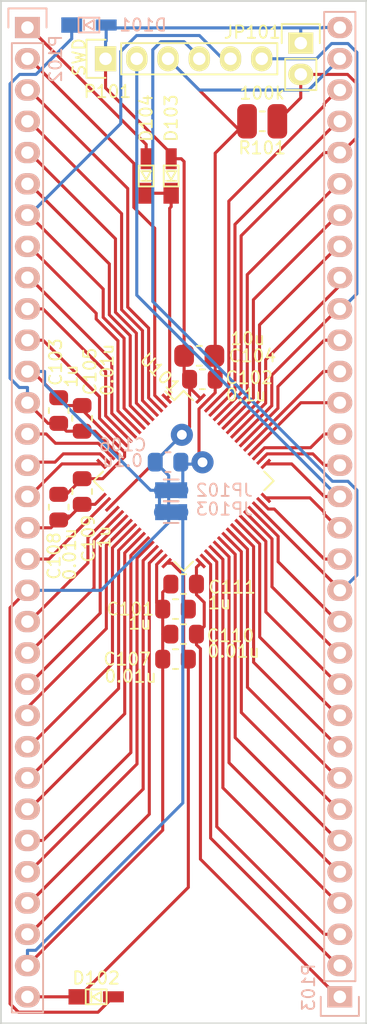
<source format=kicad_pcb>
(kicad_pcb (version 20171130) (host pcbnew "(5.1.12)-1")

  (general
    (thickness 1.6)
    (drawings 4)
    (tracks 557)
    (zones 0)
    (modules 23)
    (nets 65)
  )

  (page A4)
  (layers
    (0 F.Cu signal)
    (31 B.Cu signal)
    (32 B.Adhes user hide)
    (33 F.Adhes user hide)
    (34 B.Paste user hide)
    (35 F.Paste user hide)
    (36 B.SilkS user hide)
    (37 F.SilkS user hide)
    (38 B.Mask user hide)
    (39 F.Mask user hide)
    (40 Dwgs.User user hide)
    (41 Cmts.User user hide)
    (42 Eco1.User user hide)
    (43 Eco2.User user hide)
    (44 Edge.Cuts user)
    (45 Margin user hide)
    (46 B.CrtYd user hide)
    (47 F.CrtYd user hide)
    (48 B.Fab user hide)
    (49 F.Fab user hide)
  )

  (setup
    (last_trace_width 0.25)
    (user_trace_width 0.508)
    (user_trace_width 0.635)
    (trace_clearance 0.249)
    (zone_clearance 0.25)
    (zone_45_only no)
    (trace_min 0.25)
    (via_size 1.8)
    (via_drill 0.8)
    (via_min_size 1.8)
    (via_min_drill 0.8)
    (uvia_size 0.3)
    (uvia_drill 0.1)
    (uvias_allowed no)
    (uvia_min_size 0.2)
    (uvia_min_drill 0.1)
    (edge_width 0.15)
    (segment_width 0.2)
    (pcb_text_width 0.3)
    (pcb_text_size 1.5 1.5)
    (mod_edge_width 0.15)
    (mod_text_size 1 1)
    (mod_text_width 0.15)
    (pad_size 1.524 1.524)
    (pad_drill 0.762)
    (pad_to_mask_clearance 0.2)
    (aux_axis_origin 0 0)
    (grid_origin 130 70)
    (visible_elements 7FFFFFFF)
    (pcbplotparams
      (layerselection 0x02030_ffffffff)
      (usegerberextensions false)
      (usegerberattributes true)
      (usegerberadvancedattributes true)
      (creategerberjobfile true)
      (excludeedgelayer true)
      (linewidth 0.100000)
      (plotframeref false)
      (viasonmask false)
      (mode 1)
      (useauxorigin false)
      (hpglpennumber 1)
      (hpglpenspeed 20)
      (hpglpendiameter 15.000000)
      (psnegative false)
      (psa4output false)
      (plotreference true)
      (plotvalue true)
      (plotinvisibletext false)
      (padsonsilk false)
      (subtractmaskfromsilk false)
      (outputformat 1)
      (mirror false)
      (drillshape 0)
      (scaleselection 1)
      (outputdirectory "Gerbers"))
  )

  (net 0 "")
  (net 1 /BOOT0)
  (net 2 +3V3)
  (net 3 +3.3VA)
  (net 4 /VREF+)
  (net 5 /VREFSD+)
  (net 6 /VBAT)
  (net 7 /PC13)
  (net 8 /PC14)
  (net 9 /PC15)
  (net 10 /PF0)
  (net 11 /PF1)
  (net 12 /NRST)
  (net 13 /PC0)
  (net 14 /PC1)
  (net 15 /PC2)
  (net 16 /PC3)
  (net 17 /PA0)
  (net 18 /PA1)
  (net 19 /PA2)
  (net 20 /PA3)
  (net 21 /PA4)
  (net 22 /PA5)
  (net 23 /PA6)
  (net 24 /PA7)
  (net 25 /PC4)
  (net 26 /PC5)
  (net 27 /PB0)
  (net 28 /PB1)
  (net 29 /PB2)
  (net 30 /PE8)
  (net 31 /PE9)
  (net 32 /PB14)
  (net 33 /PB15)
  (net 34 /PD6)
  (net 35 /PC6)
  (net 36 /PC7)
  (net 37 /PC8)
  (net 38 /PC9)
  (net 39 /PA8)
  (net 40 /PA9)
  (net 41 /PA10)
  (net 42 /PA11)
  (net 43 /PA12)
  (net 44 /SWDIO)
  (net 45 /PF6)
  (net 46 /PF7)
  (net 47 /SWCLK)
  (net 48 /PA15)
  (net 49 /PC10)
  (net 50 /PC11)
  (net 51 /PC12)
  (net 52 /PD2)
  (net 53 /SWO)
  (net 54 /PB4)
  (net 55 /PB5)
  (net 56 /PB6)
  (net 57 /PB7)
  (net 58 /PB8)
  (net 59 /PB9)
  (net 60 GND)
  (net 61 +3.3VADC)
  (net 62 "Net-(D103-Pad1)")
  (net 63 GNDD)
  (net 64 GNDA)

  (net_class Default "This is the default net class."
    (clearance 0.249)
    (trace_width 0.25)
    (via_dia 1.8)
    (via_drill 0.8)
    (uvia_dia 0.3)
    (uvia_drill 0.1)
    (add_net +3.3VA)
    (add_net +3.3VADC)
    (add_net +3V3)
    (add_net /BOOT0)
    (add_net /NRST)
    (add_net /PA0)
    (add_net /PA1)
    (add_net /PA10)
    (add_net /PA11)
    (add_net /PA12)
    (add_net /PA15)
    (add_net /PA2)
    (add_net /PA3)
    (add_net /PA4)
    (add_net /PA5)
    (add_net /PA6)
    (add_net /PA7)
    (add_net /PA8)
    (add_net /PA9)
    (add_net /PB0)
    (add_net /PB1)
    (add_net /PB14)
    (add_net /PB15)
    (add_net /PB2)
    (add_net /PB4)
    (add_net /PB5)
    (add_net /PB6)
    (add_net /PB7)
    (add_net /PB8)
    (add_net /PB9)
    (add_net /PC0)
    (add_net /PC1)
    (add_net /PC10)
    (add_net /PC11)
    (add_net /PC12)
    (add_net /PC13)
    (add_net /PC14)
    (add_net /PC15)
    (add_net /PC2)
    (add_net /PC3)
    (add_net /PC4)
    (add_net /PC5)
    (add_net /PC6)
    (add_net /PC7)
    (add_net /PC8)
    (add_net /PC9)
    (add_net /PD2)
    (add_net /PD6)
    (add_net /PE8)
    (add_net /PE9)
    (add_net /PF0)
    (add_net /PF1)
    (add_net /PF6)
    (add_net /PF7)
    (add_net /SWCLK)
    (add_net /SWDIO)
    (add_net /SWO)
    (add_net /VBAT)
    (add_net /VREF+)
    (add_net /VREFSD+)
    (add_net GND)
    (add_net GNDA)
    (add_net GNDD)
    (add_net "Net-(D103-Pad1)")
  )

  (module Pin_Headers:Pin_Header_Straight_1x32 (layer B.Cu) (tedit 57887EFE) (tstamp 57885C20)
    (at 130 67.46 180)
    (descr "Through hole pin header")
    (tags "pin header")
    (path /578852C1)
    (fp_text reference P102 (at -2.286 -2.54 270) (layer B.SilkS)
      (effects (font (size 1 1) (thickness 0.15)) (justify mirror))
    )
    (fp_text value CONN_01X32 (at 0 3.1 180) (layer B.Fab) hide
      (effects (font (size 1 1) (thickness 0.15)) (justify mirror))
    )
    (fp_line (start -1.55 1.55) (end 1.55 1.55) (layer B.SilkS) (width 0.15))
    (fp_line (start -1.55 0) (end -1.55 1.55) (layer B.SilkS) (width 0.15))
    (fp_line (start 1.27 -1.27) (end -1.27 -1.27) (layer B.SilkS) (width 0.15))
    (fp_line (start 1.55 1.55) (end 1.55 0) (layer B.SilkS) (width 0.15))
    (fp_line (start 1.27 -80.01) (end 1.27 -1.27) (layer B.SilkS) (width 0.15))
    (fp_line (start -1.27 -80.01) (end 1.27 -80.01) (layer B.SilkS) (width 0.15))
    (fp_line (start -1.27 -1.27) (end -1.27 -80.01) (layer B.SilkS) (width 0.15))
    (fp_line (start -1.75 -80.5) (end 1.75 -80.5) (layer B.CrtYd) (width 0.05))
    (fp_line (start -1.75 1.75) (end 1.75 1.75) (layer B.CrtYd) (width 0.05))
    (fp_line (start 1.75 1.75) (end 1.75 -80.5) (layer B.CrtYd) (width 0.05))
    (fp_line (start -1.75 1.75) (end -1.75 -80.5) (layer B.CrtYd) (width 0.05))
    (pad 1 thru_hole rect (at 0 0 180) (size 2.032 1.7272) (drill 1.016) (layers *.Cu *.Mask B.SilkS)
      (net 6 /VBAT))
    (pad 2 thru_hole oval (at 0 -2.54 180) (size 2.032 1.7272) (drill 1.016) (layers *.Cu *.Mask B.SilkS)
      (net 7 /PC13))
    (pad 3 thru_hole oval (at 0 -5.08 180) (size 2.032 1.7272) (drill 1.016) (layers *.Cu *.Mask B.SilkS)
      (net 8 /PC14))
    (pad 4 thru_hole oval (at 0 -7.62 180) (size 2.032 1.7272) (drill 1.016) (layers *.Cu *.Mask B.SilkS)
      (net 9 /PC15))
    (pad 5 thru_hole oval (at 0 -10.16 180) (size 2.032 1.7272) (drill 1.016) (layers *.Cu *.Mask B.SilkS)
      (net 10 /PF0))
    (pad 6 thru_hole oval (at 0 -12.7 180) (size 2.032 1.7272) (drill 1.016) (layers *.Cu *.Mask B.SilkS)
      (net 11 /PF1))
    (pad 7 thru_hole oval (at 0 -15.24 180) (size 2.032 1.7272) (drill 1.016) (layers *.Cu *.Mask B.SilkS)
      (net 12 /NRST))
    (pad 8 thru_hole oval (at 0 -17.78 180) (size 2.032 1.7272) (drill 1.016) (layers *.Cu *.Mask B.SilkS)
      (net 13 /PC0))
    (pad 9 thru_hole oval (at 0 -20.32 180) (size 2.032 1.7272) (drill 1.016) (layers *.Cu *.Mask B.SilkS)
      (net 14 /PC1))
    (pad 10 thru_hole oval (at 0 -22.86 180) (size 2.032 1.7272) (drill 1.016) (layers *.Cu *.Mask B.SilkS)
      (net 15 /PC2))
    (pad 11 thru_hole oval (at 0 -25.4 180) (size 2.032 1.7272) (drill 1.016) (layers *.Cu *.Mask B.SilkS)
      (net 16 /PC3))
    (pad 12 thru_hole oval (at 0 -27.94 180) (size 2.032 1.7272) (drill 1.016) (layers *.Cu *.Mask B.SilkS)
      (net 64 GNDA))
    (pad 13 thru_hole oval (at 0 -30.48 180) (size 2.032 1.7272) (drill 1.016) (layers *.Cu *.Mask B.SilkS)
      (net 3 +3.3VA))
    (pad 14 thru_hole oval (at 0 -33.02 180) (size 2.032 1.7272) (drill 1.016) (layers *.Cu *.Mask B.SilkS)
      (net 17 /PA0))
    (pad 15 thru_hole oval (at 0 -35.56 180) (size 2.032 1.7272) (drill 1.016) (layers *.Cu *.Mask B.SilkS)
      (net 18 /PA1))
    (pad 16 thru_hole oval (at 0 -38.1 180) (size 2.032 1.7272) (drill 1.016) (layers *.Cu *.Mask B.SilkS)
      (net 19 /PA2))
    (pad 17 thru_hole oval (at 0 -40.64 180) (size 2.032 1.7272) (drill 1.016) (layers *.Cu *.Mask B.SilkS)
      (net 4 /VREF+))
    (pad 18 thru_hole oval (at 0 -43.18 180) (size 2.032 1.7272) (drill 1.016) (layers *.Cu *.Mask B.SilkS)
      (net 20 /PA3))
    (pad 19 thru_hole oval (at 0 -45.72 180) (size 2.032 1.7272) (drill 1.016) (layers *.Cu *.Mask B.SilkS)
      (net 2 +3V3))
    (pad 20 thru_hole oval (at 0 -48.26 180) (size 2.032 1.7272) (drill 1.016) (layers *.Cu *.Mask B.SilkS)
      (net 21 /PA4))
    (pad 21 thru_hole oval (at 0 -50.8 180) (size 2.032 1.7272) (drill 1.016) (layers *.Cu *.Mask B.SilkS)
      (net 22 /PA5))
    (pad 22 thru_hole oval (at 0 -53.34 180) (size 2.032 1.7272) (drill 1.016) (layers *.Cu *.Mask B.SilkS)
      (net 23 /PA6))
    (pad 23 thru_hole oval (at 0 -55.88 180) (size 2.032 1.7272) (drill 1.016) (layers *.Cu *.Mask B.SilkS)
      (net 24 /PA7))
    (pad 24 thru_hole oval (at 0 -58.42 180) (size 2.032 1.7272) (drill 1.016) (layers *.Cu *.Mask B.SilkS)
      (net 25 /PC4))
    (pad 25 thru_hole oval (at 0 -60.96 180) (size 2.032 1.7272) (drill 1.016) (layers *.Cu *.Mask B.SilkS)
      (net 26 /PC5))
    (pad 26 thru_hole oval (at 0 -63.5 180) (size 2.032 1.7272) (drill 1.016) (layers *.Cu *.Mask B.SilkS)
      (net 27 /PB0))
    (pad 27 thru_hole oval (at 0 -66.04 180) (size 2.032 1.7272) (drill 1.016) (layers *.Cu *.Mask B.SilkS)
      (net 28 /PB1))
    (pad 28 thru_hole oval (at 0 -68.58 180) (size 2.032 1.7272) (drill 1.016) (layers *.Cu *.Mask B.SilkS)
      (net 29 /PB2))
    (pad 29 thru_hole oval (at 0 -71.12 180) (size 2.032 1.7272) (drill 1.016) (layers *.Cu *.Mask B.SilkS)
      (net 30 /PE8))
    (pad 30 thru_hole oval (at 0 -73.66 180) (size 2.032 1.7272) (drill 1.016) (layers *.Cu *.Mask B.SilkS)
      (net 31 /PE9))
    (pad 31 thru_hole oval (at 0 -76.2 180) (size 2.032 1.7272) (drill 1.016) (layers *.Cu *.Mask B.SilkS)
      (net 60 GND))
    (pad 32 thru_hole oval (at 0 -78.74 180) (size 2.032 1.7272) (drill 1.016) (layers *.Cu *.Mask B.SilkS)
      (net 61 +3.3VADC))
    (model Pin_Headers.3dshapes/Pin_Header_Straight_1x32.wrl
      (offset (xyz 0 -39.36999940872192 0))
      (scale (xyz 1 1 1))
      (rotate (xyz 0 0 90))
    )
  )

  (module Pin_Headers:Pin_Header_Straight_1x06 (layer F.Cu) (tedit 57889ED0) (tstamp 5788B9AB)
    (at 136.35 70 90)
    (descr "Through hole pin header")
    (tags "pin header")
    (path /578837B8)
    (fp_text reference P101 (at -2.66 0.15 180) (layer F.SilkS)
      (effects (font (size 1 1) (thickness 0.15)))
    )
    (fp_text value SWD (at 0.127 -2.159 90) (layer F.SilkS)
      (effects (font (size 1 1) (thickness 0.15)))
    )
    (fp_line (start -1.55 -1.55) (end 1.55 -1.55) (layer F.SilkS) (width 0.15))
    (fp_line (start -1.55 0) (end -1.55 -1.55) (layer F.SilkS) (width 0.15))
    (fp_line (start 1.27 1.27) (end -1.27 1.27) (layer F.SilkS) (width 0.15))
    (fp_line (start 1.55 -1.55) (end 1.55 0) (layer F.SilkS) (width 0.15))
    (fp_line (start -1.27 13.97) (end -1.27 1.27) (layer F.SilkS) (width 0.15))
    (fp_line (start 1.27 13.97) (end -1.27 13.97) (layer F.SilkS) (width 0.15))
    (fp_line (start 1.27 1.27) (end 1.27 13.97) (layer F.SilkS) (width 0.15))
    (fp_line (start -1.75 14.45) (end 1.75 14.45) (layer F.CrtYd) (width 0.05))
    (fp_line (start -1.75 -1.75) (end 1.75 -1.75) (layer F.CrtYd) (width 0.05))
    (fp_line (start 1.75 -1.75) (end 1.75 14.45) (layer F.CrtYd) (width 0.05))
    (fp_line (start -1.75 -1.75) (end -1.75 14.45) (layer F.CrtYd) (width 0.05))
    (pad 1 thru_hole rect (at 0 0 90) (size 2.032 1.7272) (drill 1.016) (layers *.Cu *.Mask F.SilkS)
      (net 2 +3V3))
    (pad 2 thru_hole oval (at 0 2.54 90) (size 2.032 1.7272) (drill 1.016) (layers *.Cu *.Mask F.SilkS)
      (net 47 /SWCLK))
    (pad 3 thru_hole oval (at 0 5.08 90) (size 2.032 1.7272) (drill 1.016) (layers *.Cu *.Mask F.SilkS)
      (net 63 GNDD))
    (pad 4 thru_hole oval (at 0 7.62 90) (size 2.032 1.7272) (drill 1.016) (layers *.Cu *.Mask F.SilkS)
      (net 44 /SWDIO))
    (pad 5 thru_hole oval (at 0 10.16 90) (size 2.032 1.7272) (drill 1.016) (layers *.Cu *.Mask F.SilkS)
      (net 12 /NRST))
    (pad 6 thru_hole oval (at 0 12.7 90) (size 2.032 1.7272) (drill 1.016) (layers *.Cu *.Mask F.SilkS)
      (net 53 /SWO))
    (model Pin_Headers.3dshapes/Pin_Header_Straight_1x06.wrl
      (offset (xyz 0 -6.349999904632568 0))
      (scale (xyz 1 1 1))
      (rotate (xyz 0 0 90))
    )
  )

  (module "my footprints:SMDuniversal_0603to0805_HandSoldering" (layer F.Cu) (tedit 57889EFC) (tstamp 5788B82D)
    (at 142.7 112.672)
    (descr "Resistor, SMD, universal, 0603 to 0805, Hand soldering,")
    (tags "Resistor, SMD, universal, 0603 to 0805, Hand soldering,")
    (path /578837C3)
    (fp_text reference C111 (at 3.937 0.254) (layer F.SilkS)
      (effects (font (size 1 1) (thickness 0.15)))
    )
    (fp_text value 1u (at 2.921 1.524) (layer F.SilkS)
      (effects (font (size 1 1) (thickness 0.15)))
    )
    (fp_line (start -0.20066 -0.8001) (end 0.20066 -0.8001) (layer F.SilkS) (width 0.15))
    (fp_line (start -0.09906 -0.8001) (end -0.20066 -0.8001) (layer F.SilkS) (width 0.15))
    (fp_line (start 0 0.8001) (end -0.20066 0.8001) (layer F.SilkS) (width 0.15))
    (fp_line (start 0 0.8001) (end 0.20066 0.8001) (layer F.SilkS) (width 0.15))
    (pad 2 smd roundrect (at 1.0414 0 180) (size 1.2192 1.524) (layers F.Cu F.Paste F.Mask) (roundrect_rratio 0.32)
      (net 5 /VREFSD+))
    (pad 1 smd roundrect (at -1.0414 0 180) (size 1.2192 1.524) (layers F.Cu F.Paste F.Mask) (roundrect_rratio 0.32)
      (net 60 GND))
  )

  (module "my footprints:SMDuniversal_0603to0805_HandSoldering" (layer F.Cu) (tedit 57889F0C) (tstamp 5788B769)
    (at 142.04 114.704)
    (descr "Resistor, SMD, universal, 0603 to 0805, Hand soldering,")
    (tags "Resistor, SMD, universal, 0603 to 0805, Hand soldering,")
    (path /578837BF)
    (fp_text reference C101 (at -3.683 0) (layer F.SilkS)
      (effects (font (size 1 1) (thickness 0.15)))
    )
    (fp_text value 1u (at -2.8956 1.143) (layer F.SilkS)
      (effects (font (size 1 1) (thickness 0.15)))
    )
    (fp_line (start -0.20066 -0.8001) (end 0.20066 -0.8001) (layer F.SilkS) (width 0.15))
    (fp_line (start -0.09906 -0.8001) (end -0.20066 -0.8001) (layer F.SilkS) (width 0.15))
    (fp_line (start 0 0.8001) (end -0.20066 0.8001) (layer F.SilkS) (width 0.15))
    (fp_line (start 0 0.8001) (end 0.20066 0.8001) (layer F.SilkS) (width 0.15))
    (pad 2 smd roundrect (at 1.0414 0 180) (size 1.2192 1.524) (layers F.Cu F.Paste F.Mask) (roundrect_rratio 0.32)
      (net 61 +3.3VADC))
    (pad 1 smd roundrect (at -1.0414 0 180) (size 1.2192 1.524) (layers F.Cu F.Paste F.Mask) (roundrect_rratio 0.32)
      (net 60 GND))
  )

  (module "my footprints:SMDuniversal_0603to0805_HandSoldering" (layer F.Cu) (tedit 57889F07) (tstamp 5788B7BD)
    (at 142.04 118.768)
    (descr "Resistor, SMD, universal, 0603 to 0805, Hand soldering,")
    (tags "Resistor, SMD, universal, 0603 to 0805, Hand soldering,")
    (path /578837B2)
    (fp_text reference C107 (at -3.937 0) (layer F.SilkS)
      (effects (font (size 1 1) (thickness 0.15)))
    )
    (fp_text value 0.01u (at -3.6576 1.397) (layer F.SilkS)
      (effects (font (size 1 1) (thickness 0.15)))
    )
    (fp_line (start -0.20066 -0.8001) (end 0.20066 -0.8001) (layer F.SilkS) (width 0.15))
    (fp_line (start -0.09906 -0.8001) (end -0.20066 -0.8001) (layer F.SilkS) (width 0.15))
    (fp_line (start 0 0.8001) (end -0.20066 0.8001) (layer F.SilkS) (width 0.15))
    (fp_line (start 0 0.8001) (end 0.20066 0.8001) (layer F.SilkS) (width 0.15))
    (pad 2 smd roundrect (at 1.0414 0 180) (size 1.2192 1.524) (layers F.Cu F.Paste F.Mask) (roundrect_rratio 0.32)
      (net 61 +3.3VADC))
    (pad 1 smd roundrect (at -1.0414 0 180) (size 1.2192 1.524) (layers F.Cu F.Paste F.Mask) (roundrect_rratio 0.32)
      (net 60 GND))
  )

  (module "my footprints:SMDuniversal_0603to0805_HandSoldering" (layer F.Cu) (tedit 57889F01) (tstamp 5788B811)
    (at 142.7 116.736)
    (descr "Resistor, SMD, universal, 0603 to 0805, Hand soldering,")
    (tags "Resistor, SMD, universal, 0603 to 0805, Hand soldering,")
    (path /578837C2)
    (fp_text reference C110 (at 3.81 0.127) (layer F.SilkS)
      (effects (font (size 1 1) (thickness 0.15)))
    )
    (fp_text value 0.01u (at 4.064 1.397) (layer F.SilkS)
      (effects (font (size 1 1) (thickness 0.15)))
    )
    (fp_line (start -0.20066 -0.8001) (end 0.20066 -0.8001) (layer F.SilkS) (width 0.15))
    (fp_line (start -0.09906 -0.8001) (end -0.20066 -0.8001) (layer F.SilkS) (width 0.15))
    (fp_line (start 0 0.8001) (end -0.20066 0.8001) (layer F.SilkS) (width 0.15))
    (fp_line (start 0 0.8001) (end 0.20066 0.8001) (layer F.SilkS) (width 0.15))
    (pad 2 smd roundrect (at 1.0414 0 180) (size 1.2192 1.524) (layers F.Cu F.Paste F.Mask) (roundrect_rratio 0.32)
      (net 5 /VREFSD+))
    (pad 1 smd roundrect (at -1.0414 0 180) (size 1.2192 1.524) (layers F.Cu F.Paste F.Mask) (roundrect_rratio 0.32)
      (net 60 GND))
  )

  (module "my footprints:SMDuniversal_0603to0805_HandSoldering" (layer F.Cu) (tedit 57889EE1) (tstamp 5788B849)
    (at 144.224 96.035)
    (descr "Resistor, SMD, universal, 0603 to 0805, Hand soldering,")
    (tags "Resistor, SMD, universal, 0603 to 0805, Hand soldering,")
    (path /578837C1)
    (fp_text reference C102 (at 3.81 -0.127) (layer F.SilkS)
      (effects (font (size 1 1) (thickness 0.15)))
    )
    (fp_text value 0.1u (at 3.556 1.27) (layer F.SilkS)
      (effects (font (size 1 1) (thickness 0.15)))
    )
    (fp_line (start -0.20066 -0.8001) (end 0.20066 -0.8001) (layer F.SilkS) (width 0.15))
    (fp_line (start -0.09906 -0.8001) (end -0.20066 -0.8001) (layer F.SilkS) (width 0.15))
    (fp_line (start 0 0.8001) (end -0.20066 0.8001) (layer F.SilkS) (width 0.15))
    (fp_line (start 0 0.8001) (end 0.20066 0.8001) (layer F.SilkS) (width 0.15))
    (pad 2 smd roundrect (at 1.0414 0 180) (size 1.2192 1.524) (layers F.Cu F.Paste F.Mask) (roundrect_rratio 0.32)
      (net 63 GNDD))
    (pad 1 smd roundrect (at -1.0414 0 180) (size 1.2192 1.524) (layers F.Cu F.Paste F.Mask) (roundrect_rratio 0.32)
      (net 2 +3V3))
  )

  (module "my footprints:SMDuniversal_0603to1206_HandSoldering" (layer F.Cu) (tedit 57889EE6) (tstamp 5788B731)
    (at 143.97 94.13 180)
    (descr "Resistor, SMD, universal, 0603 to 1206, Hand soldering,")
    (tags "Resistor, SMD, universal, 0603 to 1206, Hand soldering,")
    (path /578837C7)
    (fp_text reference C104 (at -4.318 0 180) (layer F.SilkS)
      (effects (font (size 1 1) (thickness 0.15)))
    )
    (fp_text value 10u (at -3.937 1.397 180) (layer F.SilkS)
      (effects (font (size 1 1) (thickness 0.15)))
    )
    (fp_line (start -0.20066 -0.8001) (end 0.20066 -0.8001) (layer F.SilkS) (width 0.15))
    (fp_line (start -0.09906 -0.8001) (end -0.20066 -0.8001) (layer F.SilkS) (width 0.15))
    (fp_line (start 0 0.8001) (end -0.20066 0.8001) (layer F.SilkS) (width 0.15))
    (fp_line (start 0 0.8001) (end 0.20066 0.8001) (layer F.SilkS) (width 0.15))
    (pad 2 smd roundrect (at 1.2319 0) (size 1.6002 1.778) (layers F.Cu F.Paste F.Mask) (roundrect_rratio 0.32)
      (net 2 +3V3))
    (pad 1 smd roundrect (at -1.2319 0) (size 1.6002 1.778) (layers F.Cu F.Paste F.Mask) (roundrect_rratio 0.32)
      (net 63 GNDD))
  )

  (module "my footprints:SMDuniversal_0603to0805_HandSoldering" (layer B.Cu) (tedit 57889F2E) (tstamp 5788B74D)
    (at 141.43 102.766)
    (descr "Resistor, SMD, universal, 0603 to 0805, Hand soldering,")
    (tags "Resistor, SMD, universal, 0603 to 0805, Hand soldering,")
    (path /578837B3)
    (fp_text reference C106 (at -3.683 -1.397) (layer B.SilkS)
      (effects (font (size 1 1) (thickness 0.15)) (justify mirror))
    )
    (fp_text value 0.1u (at -3.683 -0.127) (layer B.SilkS)
      (effects (font (size 1 1) (thickness 0.15)) (justify mirror))
    )
    (fp_line (start -0.20066 0.8001) (end 0.20066 0.8001) (layer B.SilkS) (width 0.15))
    (fp_line (start -0.09906 0.8001) (end -0.20066 0.8001) (layer B.SilkS) (width 0.15))
    (fp_line (start 0 -0.8001) (end -0.20066 -0.8001) (layer B.SilkS) (width 0.15))
    (fp_line (start 0 -0.8001) (end 0.20066 -0.8001) (layer B.SilkS) (width 0.15))
    (pad 2 smd roundrect (at 1.0414 0 180) (size 1.2192 1.524) (layers B.Cu B.Paste B.Mask) (roundrect_rratio 0.32)
      (net 63 GNDD))
    (pad 1 smd roundrect (at -1.0414 0 180) (size 1.2192 1.524) (layers B.Cu B.Paste B.Mask) (roundrect_rratio 0.32)
      (net 2 +3V3))
  )

  (module Housings_QFP:LQFP-64_10x10mm_Pitch0.5mm (layer F.Cu) (tedit 57889F70) (tstamp 5788BA24)
    (at 142.7 104.29 315)
    (descr "64 LEAD LQFP 10x10mm (see MICREL LQFP10x10-64LD-PL-1.pdf)")
    (tags "QFP 0.5")
    (path /578837B1)
    (attr smd)
    (fp_text reference U101 (at -7.543415 -4.849338 315) (layer F.SilkS)
      (effects (font (size 1 1) (thickness 0.15)))
    )
    (fp_text value STM32F373R8Tx (at 7.274007 -2.424669 45) (layer F.Fab) hide
      (effects (font (size 1 1) (thickness 0.15)))
    )
    (fp_line (start -5.175 -4.1) (end -6.2 -4.1) (layer F.SilkS) (width 0.15))
    (fp_line (start 5.175 -5.175) (end 4.1 -5.175) (layer F.SilkS) (width 0.15))
    (fp_line (start 5.175 5.175) (end 4.1 5.175) (layer F.SilkS) (width 0.15))
    (fp_line (start -5.175 5.175) (end -4.1 5.175) (layer F.SilkS) (width 0.15))
    (fp_line (start -5.175 -5.175) (end -4.1 -5.175) (layer F.SilkS) (width 0.15))
    (fp_line (start -5.175 5.175) (end -5.175 4.1) (layer F.SilkS) (width 0.15))
    (fp_line (start 5.175 5.175) (end 5.175 4.1) (layer F.SilkS) (width 0.15))
    (fp_line (start 5.175 -5.175) (end 5.175 -4.1) (layer F.SilkS) (width 0.15))
    (fp_line (start -5.175 -5.175) (end -5.175 -4.1) (layer F.SilkS) (width 0.15))
    (fp_line (start -6.45 6.45) (end 6.45 6.45) (layer F.CrtYd) (width 0.05))
    (fp_line (start -6.45 -6.45) (end 6.45 -6.45) (layer F.CrtYd) (width 0.05))
    (fp_line (start 6.45 -6.45) (end 6.45 6.45) (layer F.CrtYd) (width 0.05))
    (fp_line (start -6.45 -6.45) (end -6.45 6.45) (layer F.CrtYd) (width 0.05))
    (pad 1 smd rect (at -5.7 -3.75 315) (size 1 0.25) (layers F.Cu F.Paste F.Mask)
      (net 62 "Net-(D103-Pad1)"))
    (pad 2 smd rect (at -5.7 -3.25 315) (size 1 0.25) (layers F.Cu F.Paste F.Mask)
      (net 7 /PC13))
    (pad 3 smd rect (at -5.7 -2.75 315) (size 1 0.25) (layers F.Cu F.Paste F.Mask)
      (net 8 /PC14))
    (pad 4 smd rect (at -5.7 -2.25 315) (size 1 0.25) (layers F.Cu F.Paste F.Mask)
      (net 9 /PC15))
    (pad 5 smd rect (at -5.7 -1.75 315) (size 1 0.25) (layers F.Cu F.Paste F.Mask)
      (net 10 /PF0))
    (pad 6 smd rect (at -5.7 -1.25 315) (size 1 0.25) (layers F.Cu F.Paste F.Mask)
      (net 11 /PF1))
    (pad 7 smd rect (at -5.7 -0.75 315) (size 1 0.25) (layers F.Cu F.Paste F.Mask)
      (net 12 /NRST))
    (pad 8 smd rect (at -5.7 -0.25 315) (size 1 0.25) (layers F.Cu F.Paste F.Mask)
      (net 13 /PC0))
    (pad 9 smd rect (at -5.7 0.25 315) (size 1 0.25) (layers F.Cu F.Paste F.Mask)
      (net 14 /PC1))
    (pad 10 smd rect (at -5.7 0.75 315) (size 1 0.25) (layers F.Cu F.Paste F.Mask)
      (net 15 /PC2))
    (pad 11 smd rect (at -5.7 1.25 315) (size 1 0.25) (layers F.Cu F.Paste F.Mask)
      (net 16 /PC3))
    (pad 12 smd rect (at -5.7 1.75 315) (size 1 0.25) (layers F.Cu F.Paste F.Mask)
      (net 64 GNDA))
    (pad 13 smd rect (at -5.7 2.25 315) (size 1 0.25) (layers F.Cu F.Paste F.Mask)
      (net 3 +3.3VA))
    (pad 14 smd rect (at -5.7 2.75 315) (size 1 0.25) (layers F.Cu F.Paste F.Mask)
      (net 17 /PA0))
    (pad 15 smd rect (at -5.7 3.25 315) (size 1 0.25) (layers F.Cu F.Paste F.Mask)
      (net 18 /PA1))
    (pad 16 smd rect (at -5.7 3.75 315) (size 1 0.25) (layers F.Cu F.Paste F.Mask)
      (net 19 /PA2))
    (pad 17 smd rect (at -3.75 5.7 45) (size 1 0.25) (layers F.Cu F.Paste F.Mask)
      (net 4 /VREF+))
    (pad 18 smd rect (at -3.25 5.7 45) (size 1 0.25) (layers F.Cu F.Paste F.Mask)
      (net 20 /PA3))
    (pad 19 smd rect (at -2.75 5.7 45) (size 1 0.25) (layers F.Cu F.Paste F.Mask)
      (net 2 +3V3))
    (pad 20 smd rect (at -2.25 5.7 45) (size 1 0.25) (layers F.Cu F.Paste F.Mask)
      (net 21 /PA4))
    (pad 21 smd rect (at -1.75 5.7 45) (size 1 0.25) (layers F.Cu F.Paste F.Mask)
      (net 22 /PA5))
    (pad 22 smd rect (at -1.25 5.7 45) (size 1 0.25) (layers F.Cu F.Paste F.Mask)
      (net 23 /PA6))
    (pad 23 smd rect (at -0.75 5.7 45) (size 1 0.25) (layers F.Cu F.Paste F.Mask)
      (net 24 /PA7))
    (pad 24 smd rect (at -0.25 5.7 45) (size 1 0.25) (layers F.Cu F.Paste F.Mask)
      (net 25 /PC4))
    (pad 25 smd rect (at 0.25 5.7 45) (size 1 0.25) (layers F.Cu F.Paste F.Mask)
      (net 26 /PC5))
    (pad 26 smd rect (at 0.75 5.7 45) (size 1 0.25) (layers F.Cu F.Paste F.Mask)
      (net 27 /PB0))
    (pad 27 smd rect (at 1.25 5.7 45) (size 1 0.25) (layers F.Cu F.Paste F.Mask)
      (net 28 /PB1))
    (pad 28 smd rect (at 1.75 5.7 45) (size 1 0.25) (layers F.Cu F.Paste F.Mask)
      (net 29 /PB2))
    (pad 29 smd rect (at 2.25 5.7 45) (size 1 0.25) (layers F.Cu F.Paste F.Mask)
      (net 30 /PE8))
    (pad 30 smd rect (at 2.75 5.7 45) (size 1 0.25) (layers F.Cu F.Paste F.Mask)
      (net 31 /PE9))
    (pad 31 smd rect (at 3.25 5.7 45) (size 1 0.25) (layers F.Cu F.Paste F.Mask)
      (net 60 GND))
    (pad 32 smd rect (at 3.75 5.7 45) (size 1 0.25) (layers F.Cu F.Paste F.Mask)
      (net 61 +3.3VADC))
    (pad 33 smd rect (at 5.7 3.75 315) (size 1 0.25) (layers F.Cu F.Paste F.Mask)
      (net 5 /VREFSD+))
    (pad 34 smd rect (at 5.7 3.25 315) (size 1 0.25) (layers F.Cu F.Paste F.Mask)
      (net 32 /PB14))
    (pad 35 smd rect (at 5.7 2.75 315) (size 1 0.25) (layers F.Cu F.Paste F.Mask)
      (net 33 /PB15))
    (pad 36 smd rect (at 5.7 2.25 315) (size 1 0.25) (layers F.Cu F.Paste F.Mask)
      (net 34 /PD6))
    (pad 37 smd rect (at 5.7 1.75 315) (size 1 0.25) (layers F.Cu F.Paste F.Mask)
      (net 35 /PC6))
    (pad 38 smd rect (at 5.7 1.25 315) (size 1 0.25) (layers F.Cu F.Paste F.Mask)
      (net 36 /PC7))
    (pad 39 smd rect (at 5.7 0.75 315) (size 1 0.25) (layers F.Cu F.Paste F.Mask)
      (net 37 /PC8))
    (pad 40 smd rect (at 5.7 0.25 315) (size 1 0.25) (layers F.Cu F.Paste F.Mask)
      (net 38 /PC9))
    (pad 41 smd rect (at 5.7 -0.25 315) (size 1 0.25) (layers F.Cu F.Paste F.Mask)
      (net 39 /PA8))
    (pad 42 smd rect (at 5.7 -0.75 315) (size 1 0.25) (layers F.Cu F.Paste F.Mask)
      (net 40 /PA9))
    (pad 43 smd rect (at 5.7 -1.25 315) (size 1 0.25) (layers F.Cu F.Paste F.Mask)
      (net 41 /PA10))
    (pad 44 smd rect (at 5.7 -1.75 315) (size 1 0.25) (layers F.Cu F.Paste F.Mask)
      (net 42 /PA11))
    (pad 45 smd rect (at 5.7 -2.25 315) (size 1 0.25) (layers F.Cu F.Paste F.Mask)
      (net 43 /PA12))
    (pad 46 smd rect (at 5.7 -2.75 315) (size 1 0.25) (layers F.Cu F.Paste F.Mask)
      (net 44 /SWDIO))
    (pad 47 smd rect (at 5.7 -3.25 315) (size 1 0.25) (layers F.Cu F.Paste F.Mask)
      (net 45 /PF6))
    (pad 48 smd rect (at 5.7 -3.75 315) (size 1 0.25) (layers F.Cu F.Paste F.Mask)
      (net 46 /PF7))
    (pad 49 smd rect (at 3.75 -5.7 45) (size 1 0.25) (layers F.Cu F.Paste F.Mask)
      (net 47 /SWCLK))
    (pad 50 smd rect (at 3.25 -5.7 45) (size 1 0.25) (layers F.Cu F.Paste F.Mask)
      (net 48 /PA15))
    (pad 51 smd rect (at 2.75 -5.7 45) (size 1 0.25) (layers F.Cu F.Paste F.Mask)
      (net 49 /PC10))
    (pad 52 smd rect (at 2.25 -5.7 45) (size 1 0.25) (layers F.Cu F.Paste F.Mask)
      (net 50 /PC11))
    (pad 53 smd rect (at 1.75 -5.7 45) (size 1 0.25) (layers F.Cu F.Paste F.Mask)
      (net 51 /PC12))
    (pad 54 smd rect (at 1.25 -5.7 45) (size 1 0.25) (layers F.Cu F.Paste F.Mask)
      (net 52 /PD2))
    (pad 55 smd rect (at 0.75 -5.7 45) (size 1 0.25) (layers F.Cu F.Paste F.Mask)
      (net 53 /SWO))
    (pad 56 smd rect (at 0.25 -5.7 45) (size 1 0.25) (layers F.Cu F.Paste F.Mask)
      (net 54 /PB4))
    (pad 57 smd rect (at -0.25 -5.7 45) (size 1 0.25) (layers F.Cu F.Paste F.Mask)
      (net 55 /PB5))
    (pad 58 smd rect (at -0.75 -5.7 45) (size 1 0.25) (layers F.Cu F.Paste F.Mask)
      (net 56 /PB6))
    (pad 59 smd rect (at -1.25 -5.7 45) (size 1 0.25) (layers F.Cu F.Paste F.Mask)
      (net 57 /PB7))
    (pad 60 smd rect (at -1.75 -5.7 45) (size 1 0.25) (layers F.Cu F.Paste F.Mask)
      (net 1 /BOOT0))
    (pad 61 smd rect (at -2.25 -5.7 45) (size 1 0.25) (layers F.Cu F.Paste F.Mask)
      (net 58 /PB8))
    (pad 62 smd rect (at -2.75 -5.7 45) (size 1 0.25) (layers F.Cu F.Paste F.Mask)
      (net 59 /PB9))
    (pad 63 smd rect (at -3.25 -5.7 45) (size 1 0.25) (layers F.Cu F.Paste F.Mask)
      (net 63 GNDD))
    (pad 64 smd rect (at -3.75 -5.7 45) (size 1 0.25) (layers F.Cu F.Paste F.Mask)
      (net 2 +3V3))
    (model Housings_QFP.3dshapes/LQFP-64_10x10mm_Pitch0.5mm.wrl
      (at (xyz 0 0 0))
      (scale (xyz 1 1 1))
      (rotate (xyz 0 0 0))
    )
  )

  (module "my footprints:SMDuniversal_0603to1210_HandSoldering" (layer F.Cu) (tedit 57889ECB) (tstamp 5788B715)
    (at 149.088 75.08 180)
    (descr "Resistor, SMD, universal, 0603 to 1210, Hand soldering,")
    (tags "Resistor, SMD, universal, 0603 to 1210, Hand soldering,")
    (path /578837BB)
    (fp_text reference R101 (at 0 -2.159 180) (layer F.SilkS)
      (effects (font (size 1 1) (thickness 0.15)))
    )
    (fp_text value 100k (at 0 2.286 180) (layer F.SilkS)
      (effects (font (size 1 1) (thickness 0.15)))
    )
    (fp_line (start -0.20066 -0.8001) (end 0.20066 -0.8001) (layer F.SilkS) (width 0.15))
    (fp_line (start -0.09906 -0.8001) (end -0.20066 -0.8001) (layer F.SilkS) (width 0.15))
    (fp_line (start 0 0.8001) (end -0.20066 0.8001) (layer F.SilkS) (width 0.15))
    (fp_line (start 0 0.8001) (end 0.20066 0.8001) (layer F.SilkS) (width 0.15))
    (pad 2 smd roundrect (at 1.2319 0) (size 1.6002 2.794) (layers F.Cu F.Paste F.Mask) (roundrect_rratio 0.32)
      (net 63 GNDD))
    (pad 1 smd roundrect (at -1.2319 0) (size 1.6002 2.794) (layers F.Cu F.Paste F.Mask) (roundrect_rratio 0.32)
      (net 1 /BOOT0))
  )

  (module "my footprints:SMDuniversal_0603to0805_HandSoldering" (layer F.Cu) (tedit 57889EDC) (tstamp 5788B785)
    (at 132.54 98.575 270)
    (descr "Resistor, SMD, universal, 0603 to 0805, Hand soldering,")
    (tags "Resistor, SMD, universal, 0603 to 0805, Hand soldering,")
    (path /578837B7)
    (fp_text reference C103 (at -3.937 0.254 270) (layer F.SilkS)
      (effects (font (size 1 1) (thickness 0.15)))
    )
    (fp_text value 1u (at -2.794 -1.016 270) (layer F.SilkS)
      (effects (font (size 1 1) (thickness 0.15)))
    )
    (fp_line (start -0.20066 -0.8001) (end 0.20066 -0.8001) (layer F.SilkS) (width 0.15))
    (fp_line (start -0.09906 -0.8001) (end -0.20066 -0.8001) (layer F.SilkS) (width 0.15))
    (fp_line (start 0 0.8001) (end -0.20066 0.8001) (layer F.SilkS) (width 0.15))
    (fp_line (start 0 0.8001) (end 0.20066 0.8001) (layer F.SilkS) (width 0.15))
    (pad 2 smd roundrect (at 1.0414 0 90) (size 1.2192 1.524) (layers F.Cu F.Paste F.Mask) (roundrect_rratio 0.32)
      (net 3 +3.3VA))
    (pad 1 smd roundrect (at -1.0414 0 90) (size 1.2192 1.524) (layers F.Cu F.Paste F.Mask) (roundrect_rratio 0.32)
      (net 64 GNDA))
  )

  (module "my footprints:SMDuniversal_0603to0805_HandSoldering" (layer F.Cu) (tedit 57889ED7) (tstamp 5788B7A1)
    (at 134.445 99.21 270)
    (descr "Resistor, SMD, universal, 0603 to 0805, Hand soldering,")
    (tags "Resistor, SMD, universal, 0603 to 0805, Hand soldering,")
    (path /578837C0)
    (fp_text reference C105 (at -3.81 -0.635 270) (layer F.SilkS)
      (effects (font (size 1 1) (thickness 0.15)))
    )
    (fp_text value 0.01u (at -3.937 -2.032 270) (layer F.SilkS)
      (effects (font (size 1 1) (thickness 0.15)))
    )
    (fp_line (start -0.20066 -0.8001) (end 0.20066 -0.8001) (layer F.SilkS) (width 0.15))
    (fp_line (start -0.09906 -0.8001) (end -0.20066 -0.8001) (layer F.SilkS) (width 0.15))
    (fp_line (start 0 0.8001) (end -0.20066 0.8001) (layer F.SilkS) (width 0.15))
    (fp_line (start 0 0.8001) (end 0.20066 0.8001) (layer F.SilkS) (width 0.15))
    (pad 2 smd roundrect (at 1.0414 0 90) (size 1.2192 1.524) (layers F.Cu F.Paste F.Mask) (roundrect_rratio 0.32)
      (net 3 +3.3VA))
    (pad 1 smd roundrect (at -1.0414 0 90) (size 1.2192 1.524) (layers F.Cu F.Paste F.Mask) (roundrect_rratio 0.32)
      (net 64 GNDA))
  )

  (module "my footprints:SMDuniversal_0603to0805_HandSoldering" (layer F.Cu) (tedit 57889F15) (tstamp 5788B7D9)
    (at 132.54 106.424 90)
    (descr "Resistor, SMD, universal, 0603 to 0805, Hand soldering,")
    (tags "Resistor, SMD, universal, 0603 to 0805, Hand soldering,")
    (path /578837C4)
    (fp_text reference C108 (at -3.9624 -0.381 90) (layer F.SilkS)
      (effects (font (size 1 1) (thickness 0.15)))
    )
    (fp_text value 0.01u (at -3.8354 0.889 90) (layer F.SilkS)
      (effects (font (size 1 1) (thickness 0.15)))
    )
    (fp_line (start -0.20066 -0.8001) (end 0.20066 -0.8001) (layer F.SilkS) (width 0.15))
    (fp_line (start -0.09906 -0.8001) (end -0.20066 -0.8001) (layer F.SilkS) (width 0.15))
    (fp_line (start 0 0.8001) (end -0.20066 0.8001) (layer F.SilkS) (width 0.15))
    (fp_line (start 0 0.8001) (end 0.20066 0.8001) (layer F.SilkS) (width 0.15))
    (pad 2 smd roundrect (at 1.0414 0 270) (size 1.2192 1.524) (layers F.Cu F.Paste F.Mask) (roundrect_rratio 0.32)
      (net 64 GNDA))
    (pad 1 smd roundrect (at -1.0414 0 270) (size 1.2192 1.524) (layers F.Cu F.Paste F.Mask) (roundrect_rratio 0.32)
      (net 4 /VREF+))
  )

  (module "my footprints:SMDuniversal_0603to0805_HandSoldering" (layer F.Cu) (tedit 57889F11) (tstamp 5788B7F5)
    (at 134.445 105.154 90)
    (descr "Resistor, SMD, universal, 0603 to 0805, Hand soldering,")
    (tags "Resistor, SMD, universal, 0603 to 0805, Hand soldering,")
    (path /578837C5)
    (fp_text reference C109 (at -3.8354 0.508 90) (layer F.SilkS)
      (effects (font (size 1 1) (thickness 0.15)))
    )
    (fp_text value 1u (at -3.7084 1.778 90) (layer F.SilkS)
      (effects (font (size 1 1) (thickness 0.15)))
    )
    (fp_line (start -0.20066 -0.8001) (end 0.20066 -0.8001) (layer F.SilkS) (width 0.15))
    (fp_line (start -0.09906 -0.8001) (end -0.20066 -0.8001) (layer F.SilkS) (width 0.15))
    (fp_line (start 0 0.8001) (end -0.20066 0.8001) (layer F.SilkS) (width 0.15))
    (fp_line (start 0 0.8001) (end 0.20066 0.8001) (layer F.SilkS) (width 0.15))
    (pad 2 smd roundrect (at 1.0414 0 270) (size 1.2192 1.524) (layers F.Cu F.Paste F.Mask) (roundrect_rratio 0.32)
      (net 64 GNDA))
    (pad 1 smd roundrect (at -1.0414 0 270) (size 1.2192 1.524) (layers F.Cu F.Paste F.Mask) (roundrect_rratio 0.32)
      (net 4 /VREF+))
  )

  (module "my footprints:Pin_Header_Straight_1x02" (layer F.Cu) (tedit 57889F68) (tstamp 5788B86C)
    (at 152.225 68.73)
    (descr "Through hole pin header")
    (tags "pin header")
    (path /578837BC)
    (fp_text reference JP101 (at -3.937 -0.889) (layer F.SilkS)
      (effects (font (size 1 1) (thickness 0.15)))
    )
    (fp_text value BOOT0 (at -0.635 -2.413) (layer F.Fab) hide
      (effects (font (size 1 1) (thickness 0.15)))
    )
    (fp_line (start -1.27 3.81) (end 1.27 3.81) (layer F.SilkS) (width 0.15))
    (fp_line (start -1.27 1.27) (end -1.27 3.81) (layer F.SilkS) (width 0.15))
    (fp_line (start -1.55 -1.55) (end 1.55 -1.55) (layer F.SilkS) (width 0.15))
    (fp_line (start -1.55 0) (end -1.55 -1.55) (layer F.SilkS) (width 0.15))
    (fp_line (start 1.27 1.27) (end -1.27 1.27) (layer F.SilkS) (width 0.15))
    (fp_line (start -1.75 4.3) (end 1.75 4.3) (layer F.CrtYd) (width 0.05))
    (fp_line (start -1.75 -1.75) (end 1.75 -1.75) (layer F.CrtYd) (width 0.05))
    (fp_line (start 1.75 -1.75) (end 1.75 4.3) (layer F.CrtYd) (width 0.05))
    (fp_line (start -1.75 -1.75) (end -1.75 4.3) (layer F.CrtYd) (width 0.05))
    (fp_line (start 1.55 -1.55) (end 1.55 0) (layer F.SilkS) (width 0.15))
    (fp_line (start 1.27 1.27) (end 1.27 3.81) (layer F.SilkS) (width 0.15))
    (pad 1 thru_hole rect (at 0 0) (size 2.032 1.7272) (drill 1.016) (layers *.Cu *.Mask F.SilkS)
      (net 2 +3V3))
    (pad 2 thru_hole oval (at 0 2.54) (size 2.032 1.7272) (drill 1.016) (layers *.Cu *.Mask F.SilkS)
      (net 1 /BOOT0))
    (model Pin_Headers.3dshapes/Pin_Header_Straight_1x02.wrl
      (offset (xyz 0 -1.269999980926514 0))
      (scale (xyz 1 1 1))
      (rotate (xyz 0 0 90))
    )
  )

  (module "my footprints:SC-90A" (layer B.Cu) (tedit 57887FA6) (tstamp 57884B42)
    (at 135 67.26)
    (path /578848E3)
    (fp_text reference D101 (at 4.4 0) (layer B.SilkS)
      (effects (font (size 1 1) (thickness 0.15)) (justify mirror))
    )
    (fp_text value D_Schottky (at 0 1.4) (layer B.Fab) hide
      (effects (font (size 1 1) (thickness 0.15)) (justify mirror))
    )
    (fp_line (start -0.4 0.4) (end -0.4 -0.4) (layer B.SilkS) (width 0.15))
    (fp_line (start 0.4 0.4) (end 0.4 -0.4) (layer B.SilkS) (width 0.15))
    (fp_line (start -0.3 0) (end 0.4 0.4) (layer B.SilkS) (width 0.15))
    (fp_line (start 0.4 -0.4) (end -0.3 0) (layer B.SilkS) (width 0.15))
    (fp_line (start 0.85 0.6) (end -0.85 0.6) (layer B.SilkS) (width 0.15))
    (fp_line (start 0.85 -0.6) (end 0.85 0.6) (layer B.SilkS) (width 0.15))
    (fp_line (start -0.85 -0.6) (end 0.85 -0.6) (layer B.SilkS) (width 0.15))
    (fp_line (start -0.85 0.6) (end -0.85 -0.6) (layer B.SilkS) (width 0.15))
    (pad 1 smd rect (at -1.4 0) (size 1.7 1.25) (layers B.Cu B.Paste B.Mask)
      (net 3 +3.3VA))
    (pad 2 smd rect (at 1.4 0) (size 1.7 0.9) (layers B.Cu B.Paste B.Mask)
      (net 2 +3V3))
  )

  (module "my footprints:SC-90A" (layer F.Cu) (tedit 57887EDC) (tstamp 57885BD5)
    (at 139.652 79.522 90)
    (path /57885D6F)
    (fp_text reference D104 (at 4.696 0 90) (layer F.SilkS)
      (effects (font (size 1 1) (thickness 0.15)))
    )
    (fp_text value D_Schottky (at 0 -1.4 90) (layer F.Fab) hide
      (effects (font (size 1 1) (thickness 0.15)))
    )
    (fp_line (start -0.4 -0.4) (end -0.4 0.4) (layer F.SilkS) (width 0.15))
    (fp_line (start 0.4 -0.4) (end 0.4 0.4) (layer F.SilkS) (width 0.15))
    (fp_line (start -0.3 0) (end 0.4 -0.4) (layer F.SilkS) (width 0.15))
    (fp_line (start 0.4 0.4) (end -0.3 0) (layer F.SilkS) (width 0.15))
    (fp_line (start 0.85 -0.6) (end -0.85 -0.6) (layer F.SilkS) (width 0.15))
    (fp_line (start 0.85 0.6) (end 0.85 -0.6) (layer F.SilkS) (width 0.15))
    (fp_line (start -0.85 0.6) (end 0.85 0.6) (layer F.SilkS) (width 0.15))
    (fp_line (start -0.85 -0.6) (end -0.85 0.6) (layer F.SilkS) (width 0.15))
    (pad 1 smd rect (at -1.4 0 90) (size 1.7 1.25) (layers F.Cu F.Paste F.Mask)
      (net 62 "Net-(D103-Pad1)"))
    (pad 2 smd rect (at 1.4 0 90) (size 1.7 0.9) (layers F.Cu F.Paste F.Mask)
      (net 6 /VBAT))
  )

  (module "my footprints:SC-90A" (layer F.Cu) (tedit 57887EE1) (tstamp 57885BE5)
    (at 141.684 79.522 90)
    (path /57885B91)
    (fp_text reference D103 (at 4.696 0 90) (layer F.SilkS)
      (effects (font (size 1 1) (thickness 0.15)))
    )
    (fp_text value D_Schottky (at 0 -1.4 90) (layer F.Fab) hide
      (effects (font (size 1 1) (thickness 0.15)))
    )
    (fp_line (start -0.4 -0.4) (end -0.4 0.4) (layer F.SilkS) (width 0.15))
    (fp_line (start 0.4 -0.4) (end 0.4 0.4) (layer F.SilkS) (width 0.15))
    (fp_line (start -0.3 0) (end 0.4 -0.4) (layer F.SilkS) (width 0.15))
    (fp_line (start 0.4 0.4) (end -0.3 0) (layer F.SilkS) (width 0.15))
    (fp_line (start 0.85 -0.6) (end -0.85 -0.6) (layer F.SilkS) (width 0.15))
    (fp_line (start 0.85 0.6) (end 0.85 -0.6) (layer F.SilkS) (width 0.15))
    (fp_line (start -0.85 0.6) (end 0.85 0.6) (layer F.SilkS) (width 0.15))
    (fp_line (start -0.85 -0.6) (end -0.85 0.6) (layer F.SilkS) (width 0.15))
    (pad 1 smd rect (at -1.4 0 90) (size 1.7 1.25) (layers F.Cu F.Paste F.Mask)
      (net 62 "Net-(D103-Pad1)"))
    (pad 2 smd rect (at 1.4 0 90) (size 1.7 0.9) (layers F.Cu F.Paste F.Mask)
      (net 2 +3V3))
  )

  (module "my footprints:SC-90A" (layer F.Cu) (tedit 57887ED6) (tstamp 57885BF5)
    (at 135.588 146.2)
    (path /57887466)
    (fp_text reference D102 (at 0 -1.524) (layer F.SilkS)
      (effects (font (size 1 1) (thickness 0.15)))
    )
    (fp_text value D_Schottky (at 0 -1.4) (layer F.Fab) hide
      (effects (font (size 1 1) (thickness 0.15)))
    )
    (fp_line (start -0.4 -0.4) (end -0.4 0.4) (layer F.SilkS) (width 0.15))
    (fp_line (start 0.4 -0.4) (end 0.4 0.4) (layer F.SilkS) (width 0.15))
    (fp_line (start -0.3 0) (end 0.4 -0.4) (layer F.SilkS) (width 0.15))
    (fp_line (start 0.4 0.4) (end -0.3 0) (layer F.SilkS) (width 0.15))
    (fp_line (start 0.85 -0.6) (end -0.85 -0.6) (layer F.SilkS) (width 0.15))
    (fp_line (start 0.85 0.6) (end 0.85 -0.6) (layer F.SilkS) (width 0.15))
    (fp_line (start -0.85 0.6) (end 0.85 0.6) (layer F.SilkS) (width 0.15))
    (fp_line (start -0.85 -0.6) (end -0.85 0.6) (layer F.SilkS) (width 0.15))
    (pad 1 smd rect (at -1.4 0) (size 1.7 1.25) (layers F.Cu F.Paste F.Mask)
      (net 61 +3.3VADC))
    (pad 2 smd rect (at 1.4 0) (size 1.7 0.9) (layers F.Cu F.Paste F.Mask)
      (net 2 +3V3))
  )

  (module Pin_Headers:Pin_Header_Straight_1x32 (layer B.Cu) (tedit 57887F02) (tstamp 57885C89)
    (at 155.4 146.2)
    (descr "Through hole pin header")
    (tags "pin header")
    (path /57885213)
    (fp_text reference P103 (at -2.54 -0.762 90) (layer B.SilkS)
      (effects (font (size 1 1) (thickness 0.15)) (justify mirror))
    )
    (fp_text value CONN_01X32 (at 0 3.1) (layer B.Fab) hide
      (effects (font (size 1 1) (thickness 0.15)) (justify mirror))
    )
    (fp_line (start -1.55 1.55) (end 1.55 1.55) (layer B.SilkS) (width 0.15))
    (fp_line (start -1.55 0) (end -1.55 1.55) (layer B.SilkS) (width 0.15))
    (fp_line (start 1.27 -1.27) (end -1.27 -1.27) (layer B.SilkS) (width 0.15))
    (fp_line (start 1.55 1.55) (end 1.55 0) (layer B.SilkS) (width 0.15))
    (fp_line (start 1.27 -80.01) (end 1.27 -1.27) (layer B.SilkS) (width 0.15))
    (fp_line (start -1.27 -80.01) (end 1.27 -80.01) (layer B.SilkS) (width 0.15))
    (fp_line (start -1.27 -1.27) (end -1.27 -80.01) (layer B.SilkS) (width 0.15))
    (fp_line (start -1.75 -80.5) (end 1.75 -80.5) (layer B.CrtYd) (width 0.05))
    (fp_line (start -1.75 1.75) (end 1.75 1.75) (layer B.CrtYd) (width 0.05))
    (fp_line (start 1.75 1.75) (end 1.75 -80.5) (layer B.CrtYd) (width 0.05))
    (fp_line (start -1.75 1.75) (end -1.75 -80.5) (layer B.CrtYd) (width 0.05))
    (pad 1 thru_hole rect (at 0 0) (size 2.032 1.7272) (drill 1.016) (layers *.Cu *.Mask B.SilkS)
      (net 5 /VREFSD+))
    (pad 2 thru_hole oval (at 0 -2.54) (size 2.032 1.7272) (drill 1.016) (layers *.Cu *.Mask B.SilkS)
      (net 32 /PB14))
    (pad 3 thru_hole oval (at 0 -5.08) (size 2.032 1.7272) (drill 1.016) (layers *.Cu *.Mask B.SilkS)
      (net 33 /PB15))
    (pad 4 thru_hole oval (at 0 -7.62) (size 2.032 1.7272) (drill 1.016) (layers *.Cu *.Mask B.SilkS)
      (net 34 /PD6))
    (pad 5 thru_hole oval (at 0 -10.16) (size 2.032 1.7272) (drill 1.016) (layers *.Cu *.Mask B.SilkS)
      (net 35 /PC6))
    (pad 6 thru_hole oval (at 0 -12.7) (size 2.032 1.7272) (drill 1.016) (layers *.Cu *.Mask B.SilkS)
      (net 36 /PC7))
    (pad 7 thru_hole oval (at 0 -15.24) (size 2.032 1.7272) (drill 1.016) (layers *.Cu *.Mask B.SilkS)
      (net 37 /PC8))
    (pad 8 thru_hole oval (at 0 -17.78) (size 2.032 1.7272) (drill 1.016) (layers *.Cu *.Mask B.SilkS)
      (net 38 /PC9))
    (pad 9 thru_hole oval (at 0 -20.32) (size 2.032 1.7272) (drill 1.016) (layers *.Cu *.Mask B.SilkS)
      (net 39 /PA8))
    (pad 10 thru_hole oval (at 0 -22.86) (size 2.032 1.7272) (drill 1.016) (layers *.Cu *.Mask B.SilkS)
      (net 40 /PA9))
    (pad 11 thru_hole oval (at 0 -25.4) (size 2.032 1.7272) (drill 1.016) (layers *.Cu *.Mask B.SilkS)
      (net 41 /PA10))
    (pad 12 thru_hole oval (at 0 -27.94) (size 2.032 1.7272) (drill 1.016) (layers *.Cu *.Mask B.SilkS)
      (net 42 /PA11))
    (pad 13 thru_hole oval (at 0 -30.48) (size 2.032 1.7272) (drill 1.016) (layers *.Cu *.Mask B.SilkS)
      (net 43 /PA12))
    (pad 14 thru_hole oval (at 0 -33.02) (size 2.032 1.7272) (drill 1.016) (layers *.Cu *.Mask B.SilkS)
      (net 44 /SWDIO))
    (pad 15 thru_hole oval (at 0 -35.56) (size 2.032 1.7272) (drill 1.016) (layers *.Cu *.Mask B.SilkS)
      (net 45 /PF6))
    (pad 16 thru_hole oval (at 0 -38.1) (size 2.032 1.7272) (drill 1.016) (layers *.Cu *.Mask B.SilkS)
      (net 46 /PF7))
    (pad 17 thru_hole oval (at 0 -40.64) (size 2.032 1.7272) (drill 1.016) (layers *.Cu *.Mask B.SilkS)
      (net 47 /SWCLK))
    (pad 18 thru_hole oval (at 0 -43.18) (size 2.032 1.7272) (drill 1.016) (layers *.Cu *.Mask B.SilkS)
      (net 48 /PA15))
    (pad 19 thru_hole oval (at 0 -45.72) (size 2.032 1.7272) (drill 1.016) (layers *.Cu *.Mask B.SilkS)
      (net 49 /PC10))
    (pad 20 thru_hole oval (at 0 -48.26) (size 2.032 1.7272) (drill 1.016) (layers *.Cu *.Mask B.SilkS)
      (net 50 /PC11))
    (pad 21 thru_hole oval (at 0 -50.8) (size 2.032 1.7272) (drill 1.016) (layers *.Cu *.Mask B.SilkS)
      (net 51 /PC12))
    (pad 22 thru_hole oval (at 0 -53.34) (size 2.032 1.7272) (drill 1.016) (layers *.Cu *.Mask B.SilkS)
      (net 52 /PD2))
    (pad 23 thru_hole oval (at 0 -55.88) (size 2.032 1.7272) (drill 1.016) (layers *.Cu *.Mask B.SilkS)
      (net 53 /SWO))
    (pad 24 thru_hole oval (at 0 -58.42) (size 2.032 1.7272) (drill 1.016) (layers *.Cu *.Mask B.SilkS)
      (net 54 /PB4))
    (pad 25 thru_hole oval (at 0 -60.96) (size 2.032 1.7272) (drill 1.016) (layers *.Cu *.Mask B.SilkS)
      (net 55 /PB5))
    (pad 26 thru_hole oval (at 0 -63.5) (size 2.032 1.7272) (drill 1.016) (layers *.Cu *.Mask B.SilkS)
      (net 56 /PB6))
    (pad 27 thru_hole oval (at 0 -66.04) (size 2.032 1.7272) (drill 1.016) (layers *.Cu *.Mask B.SilkS)
      (net 57 /PB7))
    (pad 28 thru_hole oval (at 0 -68.58) (size 2.032 1.7272) (drill 1.016) (layers *.Cu *.Mask B.SilkS)
      (net 1 /BOOT0))
    (pad 29 thru_hole oval (at 0 -71.12) (size 2.032 1.7272) (drill 1.016) (layers *.Cu *.Mask B.SilkS)
      (net 58 /PB8))
    (pad 30 thru_hole oval (at 0 -73.66) (size 2.032 1.7272) (drill 1.016) (layers *.Cu *.Mask B.SilkS)
      (net 59 /PB9))
    (pad 31 thru_hole oval (at 0 -76.2) (size 2.032 1.7272) (drill 1.016) (layers *.Cu *.Mask B.SilkS)
      (net 63 GNDD))
    (pad 32 thru_hole oval (at 0 -78.74) (size 2.032 1.7272) (drill 1.016) (layers *.Cu *.Mask B.SilkS)
      (net 2 +3V3))
    (model Pin_Headers.3dshapes/Pin_Header_Straight_1x32.wrl
      (offset (xyz 0 -39.36999940872192 0))
      (scale (xyz 1 1 1))
      (rotate (xyz 0 0 90))
    )
  )

  (module "my footprints:Net_Tie" (layer B.Cu) (tedit 57887FAB) (tstamp 57886B43)
    (at 141.684 105.052)
    (descr "Net tie")
    (tags "net tie")
    (path /57887C83)
    (attr smd)
    (fp_text reference JP102 (at 4.318 0) (layer B.SilkS)
      (effects (font (size 1 1) (thickness 0.15)) (justify mirror))
    )
    (fp_text value Jumper_NC_Small (at 0 -2.1) (layer B.Fab) hide
      (effects (font (size 1 1) (thickness 0.15)) (justify mirror))
    )
    (fp_line (start -0.6 0.875) (end 0.6 0.875) (layer B.SilkS) (width 0.15))
    (fp_line (start 0.6 -0.875) (end -0.6 -0.875) (layer B.SilkS) (width 0.15))
    (fp_line (start 1.6 1) (end 1.6 -1) (layer B.CrtYd) (width 0.05))
    (fp_line (start -1.6 1) (end -1.6 -1) (layer B.CrtYd) (width 0.05))
    (fp_line (start -1.6 -1) (end 1.6 -1) (layer B.CrtYd) (width 0.05))
    (fp_line (start -1.6 1) (end 1.6 1) (layer B.CrtYd) (width 0.05))
    (fp_line (start 0.762 0) (end -0.762 0) (layer B.Cu) (width 1.27))
    (pad 1 smd rect (at -0.95 0) (size 0.7 1.3) (layers B.Cu B.Paste B.Mask)
      (net 64 GNDA))
    (pad 2 smd rect (at 0.95 0) (size 0.7 1.3) (layers B.Cu B.Paste B.Mask)
      (net 63 GNDD))
  )

  (module "my footprints:Net_Tie" (layer B.Cu) (tedit 57887FB2) (tstamp 57886B52)
    (at 141.684 106.83 180)
    (descr "Net tie")
    (tags "net tie")
    (path /57887E25)
    (attr smd)
    (fp_text reference JP103 (at -4.318 0.254 180) (layer B.SilkS)
      (effects (font (size 1 1) (thickness 0.15)) (justify mirror))
    )
    (fp_text value Jumper_NC_Small (at 0 -2.1 180) (layer B.Fab) hide
      (effects (font (size 1 1) (thickness 0.15)) (justify mirror))
    )
    (fp_line (start -0.6 0.875) (end 0.6 0.875) (layer B.SilkS) (width 0.15))
    (fp_line (start 0.6 -0.875) (end -0.6 -0.875) (layer B.SilkS) (width 0.15))
    (fp_line (start 1.6 1) (end 1.6 -1) (layer B.CrtYd) (width 0.05))
    (fp_line (start -1.6 1) (end -1.6 -1) (layer B.CrtYd) (width 0.05))
    (fp_line (start -1.6 -1) (end 1.6 -1) (layer B.CrtYd) (width 0.05))
    (fp_line (start -1.6 1) (end 1.6 1) (layer B.CrtYd) (width 0.05))
    (fp_line (start 0.762 0) (end -0.762 0) (layer B.Cu) (width 1.27))
    (pad 1 smd rect (at -0.95 0 180) (size 0.7 1.3) (layers B.Cu B.Paste B.Mask)
      (net 60 GND))
    (pad 2 smd rect (at 0.95 0 180) (size 0.7 1.3) (layers B.Cu B.Paste B.Mask)
      (net 64 GNDA))
  )

  (gr_line (start 127.841 65.301) (end 157.559 65.301) (layer Edge.Cuts) (width 0.15))
  (gr_line (start 127.841 148.359) (end 127.841 65.301) (layer Edge.Cuts) (width 0.15))
  (gr_line (start 157.559 148.359) (end 127.841 148.359) (layer Edge.Cuts) (width 0.15))
  (gr_line (start 157.559 65.301) (end 157.559 148.359) (layer Edge.Cuts) (width 0.15))

  (segment (start 151.2725 74.1275) (end 151.2724 74.1275) (width 0.25) (layer F.Cu) (net 1))
  (segment (start 151.2724 74.1275) (end 150.3199 75.08) (width 0.25) (layer F.Cu) (net 1))
  (segment (start 151.2725 74.1275) (end 150.32 75.08) (width 0.25) (layer F.Cu) (net 1))
  (segment (start 152.225 71.27) (end 152.225 73.175) (width 0.25) (layer F.Cu) (net 1))
  (segment (start 152.225 73.175) (end 151.2725 74.1275) (width 0.25) (layer F.Cu) (net 1))
  (segment (start 145.4931 99.0221) (end 145.493 99.0221) (width 0.25) (layer F.Cu) (net 1))
  (segment (start 155.248 77.62) (end 154.134 77.62) (width 0.25) (layer F.Cu) (net 1))
  (segment (start 154.134 77.62) (end 147.374 84.38) (width 0.25) (layer F.Cu) (net 1))
  (segment (start 147.374 84.38) (end 147.374 97.1425) (width 0.25) (layer F.Cu) (net 1))
  (segment (start 147.374 97.1425) (end 145.494 99.0221) (width 0.25) (layer F.Cu) (net 1))
  (segment (start 145.494 99.0221) (end 145.4931 99.0221) (width 0.25) (layer F.Cu) (net 1))
  (segment (start 155.4 77.62) (end 155.248 77.62) (width 0.25) (layer F.Cu) (net 1))
  (segment (start 155.4 77.62) (end 155.248 77.62) (width 0.25) (layer F.Cu) (net 1))
  (segment (start 155.4 77.62) (end 155.552 77.62) (width 0.25) (layer F.Cu) (net 1))
  (segment (start 155.552 77.62) (end 156.795 76.3778) (width 0.25) (layer F.Cu) (net 1))
  (segment (start 156.795 76.3778) (end 156.795 72.032) (width 0.25) (layer F.Cu) (net 1))
  (segment (start 156.795 72.032) (end 156.033 71.27) (width 0.25) (layer F.Cu) (net 1))
  (segment (start 156.033 71.27) (end 152.225 71.27) (width 0.25) (layer F.Cu) (net 1))
  (segment (start 143.1826 96.4053) (end 143.1826 99.9183) (width 0.25) (layer F.Cu) (net 2))
  (segment (start 143.1826 99.9183) (end 142.55504 100.54586) (width 0.25) (layer F.Cu) (net 2))
  (segment (start 136.988 146.2) (end 135.7384 147.4496) (width 0.25) (layer F.Cu) (net 2))
  (segment (start 135.7384 147.4496) (end 129.2699 147.4496) (width 0.25) (layer F.Cu) (net 2))
  (segment (start 129.2699 147.4496) (end 128.5835 146.7632) (width 0.25) (layer F.Cu) (net 2))
  (segment (start 128.5835 146.7632) (end 128.5835 114.5965) (width 0.25) (layer F.Cu) (net 2))
  (segment (start 128.5835 114.5965) (end 130 113.18) (width 0.25) (layer F.Cu) (net 2))
  (segment (start 143.1826 96.4053) (end 143.1826 96.035) (width 0.25) (layer F.Cu) (net 2))
  (segment (start 144.0789 97.6078) (end 143.1826 96.7115) (width 0.25) (layer F.Cu) (net 2))
  (segment (start 143.1826 96.7115) (end 143.1826 96.4053) (width 0.25) (layer F.Cu) (net 2))
  (segment (start 136.4 67.4923) (end 136.4 68.5599) (width 0.25) (layer B.Cu) (net 2))
  (segment (start 136.4 68.5599) (end 136.35 68.6099) (width 0.25) (layer B.Cu) (net 2))
  (segment (start 136.4 67.26) (end 136.4 67.4923) (width 0.25) (layer B.Cu) (net 2))
  (segment (start 136.4 67.4923) (end 152.225 67.4923) (width 0.25) (layer B.Cu) (net 2))
  (segment (start 142.0961 78.122) (end 136.35 72.3759) (width 0.25) (layer F.Cu) (net 2))
  (segment (start 136.35 72.3759) (end 136.35 70) (width 0.25) (layer F.Cu) (net 2))
  (segment (start 142.0961 78.122) (end 142.5081 78.122) (width 0.25) (layer F.Cu) (net 2))
  (segment (start 141.684 78.122) (end 142.0961 78.122) (width 0.25) (layer F.Cu) (net 2))
  (segment (start 140.3886 102.766) (end 141.4861 103.8635) (width 0.25) (layer B.Cu) (net 2))
  (segment (start 141.4861 103.8635) (end 141.4861 107.6732) (width 0.25) (layer B.Cu) (net 2))
  (segment (start 141.4861 107.6732) (end 135.9793 113.18) (width 0.25) (layer B.Cu) (net 2))
  (segment (start 135.9793 113.18) (end 130 113.18) (width 0.25) (layer B.Cu) (net 2))
  (segment (start 142.7381 94.13) (end 142.7381 95.5905) (width 0.25) (layer F.Cu) (net 2))
  (segment (start 142.7381 95.5905) (end 143.1826 96.035) (width 0.25) (layer F.Cu) (net 2))
  (segment (start 142.5081 78.122) (end 142.7381 78.352) (width 0.25) (layer F.Cu) (net 2))
  (segment (start 142.7381 78.352) (end 142.7381 94.13) (width 0.25) (layer F.Cu) (net 2))
  (segment (start 155.4 67.46) (end 154.0099 67.46) (width 0.25) (layer B.Cu) (net 2))
  (segment (start 152.225 68.73) (end 152.225 67.4923) (width 0.25) (layer B.Cu) (net 2))
  (segment (start 152.225 67.4923) (end 153.9776 67.4923) (width 0.25) (layer B.Cu) (net 2))
  (segment (start 153.9776 67.4923) (end 154.0099 67.46) (width 0.25) (layer B.Cu) (net 2))
  (segment (start 136.35 70) (end 136.35 68.6099) (width 0.25) (layer B.Cu) (net 2))
  (segment (start 142.55504 100.54586) (end 136.7249 106.376) (width 0.25) (layer F.Cu) (net 2) (tstamp 6539F1A6))
  (via (at 142.55504 100.54586) (size 1.8) (drill 0.8) (layers F.Cu B.Cu) (net 2))
  (segment (start 140.3886 102.7123) (end 142.55504 100.54586) (width 0.25) (layer B.Cu) (net 2))
  (segment (start 140.3886 102.766) (end 140.3886 102.7123) (width 0.25) (layer B.Cu) (net 2))
  (segment (start 137.0785 101.8505) (end 135.4794 100.2514) (width 0.25) (layer F.Cu) (net 3))
  (segment (start 135.4794 100.2514) (end 134.445 100.2514) (width 0.25) (layer F.Cu) (net 3))
  (segment (start 130 97.94) (end 131.6764 99.6164) (width 0.25) (layer F.Cu) (net 3))
  (segment (start 131.6764 99.6164) (end 132.54 99.6164) (width 0.25) (layer F.Cu) (net 3))
  (segment (start 134.445 100.2514) (end 133.175 100.2514) (width 0.25) (layer F.Cu) (net 3))
  (segment (start 133.175 100.2514) (end 132.54 99.6164) (width 0.25) (layer F.Cu) (net 3))
  (segment (start 130 97.94) (end 130 96.7023) (width 0.25) (layer B.Cu) (net 3))
  (segment (start 133.6 67.26) (end 133.6 68.3647) (width 0.25) (layer B.Cu) (net 3))
  (segment (start 133.6 68.3647) (end 130.6947 71.27) (width 0.25) (layer B.Cu) (net 3))
  (segment (start 130.6947 71.27) (end 129.3509 71.27) (width 0.25) (layer B.Cu) (net 3))
  (segment (start 129.3509 71.27) (end 128.5835 72.0374) (width 0.25) (layer B.Cu) (net 3))
  (segment (start 128.5835 72.0374) (end 128.5835 95.9511) (width 0.25) (layer B.Cu) (net 3))
  (segment (start 128.5835 95.9511) (end 129.3347 96.7023) (width 0.25) (layer B.Cu) (net 3))
  (segment (start 129.3347 96.7023) (end 130 96.7023) (width 0.25) (layer B.Cu) (net 3))
  (segment (start 133.494 107.146) (end 132.8594 107.146) (width 0.25) (layer F.Cu) (net 4))
  (segment (start 132.8594 107.146) (end 132.54 107.4654) (width 0.25) (layer F.Cu) (net 4))
  (segment (start 133.494 107.146) (end 134.445 106.195) (width 0.25) (layer F.Cu) (net 4))
  (segment (start 134.445 106.195) (end 134.4454 106.195) (width 0.25) (layer F.Cu) (net 4))
  (segment (start 133.175 107.465) (end 133.494 107.146) (width 0.25) (layer F.Cu) (net 4))
  (segment (start 136.0178 105.6689) (end 136.0179 105.6689) (width 0.25) (layer F.Cu) (net 4))
  (segment (start 136.0179 105.6689) (end 136.018 105.669) (width 0.25) (layer F.Cu) (net 4))
  (segment (start 132.2225 107.7825) (end 132.2229 107.7825) (width 0.25) (layer F.Cu) (net 4))
  (segment (start 132.2229 107.7825) (end 132.54 107.4654) (width 0.25) (layer F.Cu) (net 4))
  (segment (start 132.2225 107.7825) (end 132.54 107.465) (width 0.25) (layer F.Cu) (net 4))
  (segment (start 130 108.1) (end 131.905 108.1) (width 0.25) (layer F.Cu) (net 4))
  (segment (start 131.905 108.1) (end 132.2225 107.7825) (width 0.25) (layer F.Cu) (net 4))
  (segment (start 134.4454 106.195) (end 134.445 106.1954) (width 0.25) (layer F.Cu) (net 4))
  (segment (start 134.4454 106.195) (end 135.492 106.195) (width 0.25) (layer F.Cu) (net 4))
  (segment (start 135.492 106.195) (end 136.018 105.669) (width 0.25) (layer F.Cu) (net 4))
  (segment (start 143.741 112.422) (end 143.7414 112.4224) (width 0.25) (layer F.Cu) (net 5))
  (segment (start 143.7414 112.4224) (end 143.7414 112.672) (width 0.25) (layer F.Cu) (net 5))
  (segment (start 143.741 112.422) (end 143.741 111.31) (width 0.25) (layer F.Cu) (net 5))
  (segment (start 143.741 111.31) (end 143.91 111.141) (width 0.25) (layer F.Cu) (net 5))
  (segment (start 144.057 116.4205) (end 144.373 116.105) (width 0.25) (layer F.Cu) (net 5))
  (segment (start 144.373 116.105) (end 144.373 114.165) (width 0.25) (layer F.Cu) (net 5))
  (segment (start 144.373 114.165) (end 143.741 113.534) (width 0.25) (layer F.Cu) (net 5))
  (segment (start 143.741 113.534) (end 143.741 112.422) (width 0.25) (layer F.Cu) (net 5))
  (segment (start 144.057 116.4205) (end 144.0569 116.4205) (width 0.25) (layer F.Cu) (net 5))
  (segment (start 144.0569 116.4205) (end 143.7414 116.736) (width 0.25) (layer F.Cu) (net 5))
  (segment (start 155.4 146.2) (end 155.248 146.2) (width 0.25) (layer F.Cu) (net 5))
  (segment (start 155.248 146.2) (end 144.065 135.017) (width 0.25) (layer F.Cu) (net 5))
  (segment (start 144.065 135.017) (end 144.065 117.921) (width 0.25) (layer F.Cu) (net 5))
  (segment (start 144.065 117.921) (end 143.741 117.598) (width 0.25) (layer F.Cu) (net 5))
  (segment (start 143.741 117.598) (end 143.741 116.736) (width 0.25) (layer F.Cu) (net 5))
  (segment (start 143.741 116.736) (end 144.057 116.4205) (width 0.25) (layer F.Cu) (net 5))
  (segment (start 143.91 111.141) (end 143.9101 111.141) (width 0.25) (layer F.Cu) (net 5))
  (segment (start 143.9101 111.141) (end 144.0789 110.9722) (width 0.25) (layer F.Cu) (net 5))
  (segment (start 143.91 111.141) (end 144.079 110.972) (width 0.25) (layer F.Cu) (net 5))
  (segment (start 130 67.46) (end 130.152 67.46) (width 0.25) (layer F.Cu) (net 6))
  (segment (start 130.152 67.46) (end 139.652 76.9596) (width 0.25) (layer F.Cu) (net 6))
  (segment (start 139.652 76.9596) (end 139.652 78.122) (width 0.25) (layer F.Cu) (net 6))
  (segment (start 140.9678 97.9612) (end 140.968 97.9614) (width 0.25) (layer F.Cu) (net 7))
  (segment (start 130 70) (end 130.152 70) (width 0.25) (layer F.Cu) (net 7))
  (segment (start 130.152 70) (end 138.653 78.5006) (width 0.25) (layer F.Cu) (net 7))
  (segment (start 138.653 78.5006) (end 138.653 82.0712) (width 0.25) (layer F.Cu) (net 7))
  (segment (start 138.653 82.0712) (end 140.351 83.7693) (width 0.25) (layer F.Cu) (net 7))
  (segment (start 140.351 83.7693) (end 140.351 97.3449) (width 0.25) (layer F.Cu) (net 7))
  (segment (start 140.351 97.3449) (end 140.543 97.5371) (width 0.25) (layer F.Cu) (net 7))
  (segment (start 140.543 97.5371) (end 140.9678 97.9612) (width 0.25) (layer F.Cu) (net 7))
  (segment (start 140.9676 97.9614) (end 140.9678 97.9612) (width 0.25) (layer F.Cu) (net 7))
  (segment (start 140.614 98.3149) (end 139.852 97.553) (width 0.25) (layer F.Cu) (net 8))
  (segment (start 139.852 97.553) (end 139.852 91.8738) (width 0.25) (layer F.Cu) (net 8))
  (segment (start 139.852 91.8738) (end 138.154 90.1757) (width 0.25) (layer F.Cu) (net 8))
  (segment (start 138.154 90.1757) (end 138.154 80.5416) (width 0.25) (layer F.Cu) (net 8))
  (segment (start 138.154 80.5416) (end 130.152 72.54) (width 0.25) (layer F.Cu) (net 8))
  (segment (start 130.152 72.54) (end 130 72.54) (width 0.25) (layer F.Cu) (net 8))
  (segment (start 140.2605 98.6685) (end 140.26 98.6685) (width 0.25) (layer F.Cu) (net 9))
  (segment (start 130 75.08) (end 130.152 75.08) (width 0.25) (layer F.Cu) (net 9))
  (segment (start 130.152 75.08) (end 137.655 82.5826) (width 0.25) (layer F.Cu) (net 9))
  (segment (start 137.655 82.5826) (end 137.655 90.3824) (width 0.25) (layer F.Cu) (net 9))
  (segment (start 137.655 90.3824) (end 139.353 92.0805) (width 0.25) (layer F.Cu) (net 9))
  (segment (start 139.353 92.0805) (end 139.353 97.7611) (width 0.25) (layer F.Cu) (net 9))
  (segment (start 139.353 97.7611) (end 139.836 98.2442) (width 0.25) (layer F.Cu) (net 9))
  (segment (start 139.836 98.2442) (end 140.26 98.6685) (width 0.25) (layer F.Cu) (net 9))
  (segment (start 139.9069 99.0221) (end 138.854 97.9692) (width 0.25) (layer F.Cu) (net 10))
  (segment (start 138.854 97.9692) (end 138.854 92.2872) (width 0.25) (layer F.Cu) (net 10))
  (segment (start 138.854 92.2872) (end 137.156 90.5891) (width 0.25) (layer F.Cu) (net 10))
  (segment (start 137.156 90.5891) (end 137.156 84.6236) (width 0.25) (layer F.Cu) (net 10))
  (segment (start 137.156 84.6236) (end 130.152 77.62) (width 0.25) (layer F.Cu) (net 10))
  (segment (start 130.152 77.62) (end 130 77.62) (width 0.25) (layer F.Cu) (net 10))
  (segment (start 139.907 99.0221) (end 139.9069 99.0221) (width 0.25) (layer F.Cu) (net 10))
  (segment (start 139.5534 99.3756) (end 139.553 99.3756) (width 0.25) (layer F.Cu) (net 11))
  (segment (start 130 80.16) (end 130.152 80.16) (width 0.25) (layer F.Cu) (net 11))
  (segment (start 130.152 80.16) (end 136.657 86.6646) (width 0.25) (layer F.Cu) (net 11))
  (segment (start 136.657 86.6646) (end 136.657 90.7958) (width 0.25) (layer F.Cu) (net 11))
  (segment (start 136.657 90.7958) (end 138.355 92.4939) (width 0.25) (layer F.Cu) (net 11))
  (segment (start 138.355 92.4939) (end 138.355 98.1773) (width 0.25) (layer F.Cu) (net 11))
  (segment (start 138.355 98.1773) (end 139.129 98.9513) (width 0.25) (layer F.Cu) (net 11))
  (segment (start 139.129 98.9513) (end 139.553 99.3756) (width 0.25) (layer F.Cu) (net 11))
  (segment (start 139.1998 99.7292) (end 138.5817 99.1111) (width 0.25) (layer F.Cu) (net 12))
  (segment (start 138.528 99.0573) (end 138.5817 99.111) (width 0.25) (layer F.Cu) (net 12))
  (segment (start 138.5817 99.111) (end 138.5817 99.1111) (width 0.25) (layer F.Cu) (net 12))
  (segment (start 138.528 99.0573) (end 137.856 98.3854) (width 0.25) (layer F.Cu) (net 12))
  (segment (start 137.856 98.3854) (end 137.856 92.7006) (width 0.25) (layer F.Cu) (net 12))
  (segment (start 137.856 92.7006) (end 136.158 91.0025) (width 0.25) (layer F.Cu) (net 12))
  (segment (start 136.158 91.0025) (end 136.158 88.7056) (width 0.25) (layer F.Cu) (net 12))
  (segment (start 136.158 88.7056) (end 130.152 82.7) (width 0.25) (layer F.Cu) (net 12))
  (segment (start 130.152 82.7) (end 130 82.7) (width 0.25) (layer F.Cu) (net 12))
  (segment (start 139.2 99.7292) (end 138.528 99.0573) (width 0.25) (layer F.Cu) (net 12))
  (segment (start 146.51 70) (end 145.873 70) (width 0.25) (layer B.Cu) (net 12))
  (segment (start 145.873 70) (end 143.984 68.111) (width 0.25) (layer B.Cu) (net 12))
  (segment (start 143.984 68.111) (end 138.876 68.111) (width 0.25) (layer B.Cu) (net 12))
  (segment (start 138.876 68.111) (end 137.588 69.3998) (width 0.25) (layer B.Cu) (net 12))
  (segment (start 137.588 69.3998) (end 137.588 75.2648) (width 0.25) (layer B.Cu) (net 12))
  (segment (start 137.588 75.2648) (end 130.152 82.7) (width 0.25) (layer B.Cu) (net 12))
  (segment (start 130.152 82.7) (end 130 82.7) (width 0.25) (layer B.Cu) (net 12))
  (segment (start 138.8463 100.0827) (end 138.846 100.083) (width 0.25) (layer F.Cu) (net 13))
  (segment (start 130 85.24) (end 130.152 85.24) (width 0.25) (layer F.Cu) (net 13))
  (segment (start 130.152 85.24) (end 135.588 90.6756) (width 0.25) (layer F.Cu) (net 13))
  (segment (start 135.588 90.6756) (end 135.588 91.1383) (width 0.25) (layer F.Cu) (net 13))
  (segment (start 135.588 91.1383) (end 137.357 92.9073) (width 0.25) (layer F.Cu) (net 13))
  (segment (start 137.357 92.9073) (end 137.357 98.5935) (width 0.25) (layer F.Cu) (net 13))
  (segment (start 137.357 98.5935) (end 138.422 99.6585) (width 0.25) (layer F.Cu) (net 13))
  (segment (start 138.422 99.6585) (end 138.846 100.083) (width 0.25) (layer F.Cu) (net 13))
  (segment (start 138.4927 100.4363) (end 137.8745 99.8181) (width 0.25) (layer F.Cu) (net 14))
  (segment (start 137.6755 99.6188) (end 137.8745 99.8178) (width 0.25) (layer F.Cu) (net 14))
  (segment (start 137.8745 99.8178) (end 137.8745 99.8181) (width 0.25) (layer F.Cu) (net 14))
  (segment (start 137.6755 99.6188) (end 136.858 98.8016) (width 0.25) (layer F.Cu) (net 14))
  (segment (start 136.858 98.8016) (end 136.858 94.4856) (width 0.25) (layer F.Cu) (net 14))
  (segment (start 136.858 94.4856) (end 130.152 87.78) (width 0.25) (layer F.Cu) (net 14))
  (segment (start 130.152 87.78) (end 130 87.78) (width 0.25) (layer F.Cu) (net 14))
  (segment (start 138.493 100.436) (end 137.6755 99.6188) (width 0.25) (layer F.Cu) (net 14))
  (segment (start 137.927 100.578) (end 137.9274 100.578) (width 0.25) (layer F.Cu) (net 15))
  (segment (start 137.9274 100.578) (end 138.1392 100.7898) (width 0.25) (layer F.Cu) (net 15))
  (segment (start 137.927 100.578) (end 138.139 100.79) (width 0.25) (layer F.Cu) (net 15))
  (segment (start 130 90.32) (end 131.266 90.32) (width 0.25) (layer F.Cu) (net 15))
  (segment (start 131.266 90.32) (end 136.359 95.413) (width 0.25) (layer F.Cu) (net 15))
  (segment (start 136.359 95.413) (end 136.359 99.0096) (width 0.25) (layer F.Cu) (net 15))
  (segment (start 136.359 99.0096) (end 137.715 100.366) (width 0.25) (layer F.Cu) (net 15))
  (segment (start 137.715 100.366) (end 137.927 100.578) (width 0.25) (layer F.Cu) (net 15))
  (segment (start 137.7856 101.1434) (end 137.1674 100.5252) (width 0.25) (layer F.Cu) (net 16))
  (segment (start 136.9606 100.3179) (end 135.86 99.2177) (width 0.25) (layer F.Cu) (net 16))
  (segment (start 135.86 99.2177) (end 135.86 97.454) (width 0.25) (layer F.Cu) (net 16))
  (segment (start 135.86 97.454) (end 131.266 92.86) (width 0.25) (layer F.Cu) (net 16))
  (segment (start 131.266 92.86) (end 130 92.86) (width 0.25) (layer F.Cu) (net 16))
  (segment (start 136.9606 100.3179) (end 137.1674 100.5247) (width 0.25) (layer F.Cu) (net 16))
  (segment (start 137.1674 100.5247) (end 137.1674 100.5252) (width 0.25) (layer F.Cu) (net 16))
  (segment (start 137.786 101.143) (end 136.9606 100.3179) (width 0.25) (layer F.Cu) (net 16))
  (segment (start 136.725 102.204) (end 136.263 101.742) (width 0.25) (layer F.Cu) (net 17))
  (segment (start 136.263 101.742) (end 136.261 101.742) (width 0.25) (layer F.Cu) (net 17))
  (segment (start 136.261 101.742) (end 135.755 101.235) (width 0.25) (layer F.Cu) (net 17))
  (segment (start 135.755 101.235) (end 132.279 101.235) (width 0.25) (layer F.Cu) (net 17))
  (segment (start 132.279 101.235) (end 131.524 100.48) (width 0.25) (layer F.Cu) (net 17))
  (segment (start 131.524 100.48) (end 130 100.48) (width 0.25) (layer F.Cu) (net 17))
  (segment (start 136.14 102.3265) (end 136.1403 102.3265) (width 0.25) (layer F.Cu) (net 18))
  (segment (start 136.1403 102.3265) (end 136.3714 102.5576) (width 0.25) (layer F.Cu) (net 18))
  (segment (start 136.14 102.3265) (end 135.909 102.095) (width 0.25) (layer F.Cu) (net 18))
  (segment (start 135.909 102.095) (end 132.912 102.095) (width 0.25) (layer F.Cu) (net 18))
  (segment (start 132.912 102.095) (end 132.241 102.766) (width 0.25) (layer F.Cu) (net 18))
  (segment (start 132.241 102.766) (end 130.254 102.766) (width 0.25) (layer F.Cu) (net 18))
  (segment (start 130.254 102.766) (end 130 103.02) (width 0.25) (layer F.Cu) (net 18))
  (segment (start 136.371 102.558) (end 136.14 102.3265) (width 0.25) (layer F.Cu) (net 18))
  (segment (start 136.0177 102.911) (end 136.0178 102.9111) (width 0.25) (layer F.Cu) (net 19))
  (segment (start 136.0177 102.911) (end 132.801 102.911) (width 0.25) (layer F.Cu) (net 19))
  (segment (start 132.801 102.911) (end 130.152 105.56) (width 0.25) (layer F.Cu) (net 19))
  (segment (start 130.152 105.56) (end 130 105.56) (width 0.25) (layer F.Cu) (net 19))
  (segment (start 136.018 102.911) (end 136.0177 102.911) (width 0.25) (layer F.Cu) (net 19))
  (segment (start 134.0625 108.331) (end 134.0628 108.331) (width 0.25) (layer F.Cu) (net 20))
  (segment (start 134.0628 108.331) (end 136.3714 106.0224) (width 0.25) (layer F.Cu) (net 20))
  (segment (start 134.0625 108.331) (end 131.754 110.64) (width 0.25) (layer F.Cu) (net 20))
  (segment (start 131.754 110.64) (end 130 110.64) (width 0.25) (layer F.Cu) (net 20))
  (segment (start 136.371 106.022) (end 134.0625 108.331) (width 0.25) (layer F.Cu) (net 20))
  (segment (start 136.8665 106.942) (end 137.0785 106.73) (width 0.25) (layer F.Cu) (net 21))
  (segment (start 137.0785 106.73) (end 137.0785 106.7295) (width 0.25) (layer F.Cu) (net 21))
  (segment (start 136.8665 106.942) (end 137.079 106.73) (width 0.25) (layer F.Cu) (net 21))
  (segment (start 137.079 106.73) (end 134.916 108.892) (width 0.25) (layer F.Cu) (net 21))
  (segment (start 134.916 108.892) (end 134.916 110.956) (width 0.25) (layer F.Cu) (net 21))
  (segment (start 134.916 110.956) (end 130.152 115.72) (width 0.25) (layer F.Cu) (net 21))
  (segment (start 130.152 115.72) (end 130 115.72) (width 0.25) (layer F.Cu) (net 21))
  (segment (start 136.654 107.154) (end 136.8665 106.942) (width 0.25) (layer F.Cu) (net 21))
  (segment (start 136.4235 108.0915) (end 136.4237 108.0915) (width 0.25) (layer F.Cu) (net 22))
  (segment (start 136.4237 108.0915) (end 137.4321 107.0831) (width 0.25) (layer F.Cu) (net 22))
  (segment (start 136.4235 108.0915) (end 137.432 107.083) (width 0.25) (layer F.Cu) (net 22))
  (segment (start 130 118.26) (end 130.152 118.26) (width 0.25) (layer F.Cu) (net 22))
  (segment (start 130.152 118.26) (end 135.415 112.997) (width 0.25) (layer F.Cu) (net 22))
  (segment (start 135.415 112.997) (end 135.415 109.1) (width 0.25) (layer F.Cu) (net 22))
  (segment (start 135.415 109.1) (end 136.4235 108.0915) (width 0.25) (layer F.Cu) (net 22))
  (segment (start 137.786 107.437) (end 135.914 109.308) (width 0.25) (layer F.Cu) (net 23))
  (segment (start 135.914 109.308) (end 135.914 115.038) (width 0.25) (layer F.Cu) (net 23))
  (segment (start 135.914 115.038) (end 130.152 120.8) (width 0.25) (layer F.Cu) (net 23))
  (segment (start 130.152 120.8) (end 130 120.8) (width 0.25) (layer F.Cu) (net 23))
  (segment (start 138.1392 107.7902) (end 138.139 107.79) (width 0.25) (layer F.Cu) (net 24))
  (segment (start 130 123.34) (end 130 122.703) (width 0.25) (layer F.Cu) (net 24))
  (segment (start 130 122.703) (end 136.413 116.29) (width 0.25) (layer F.Cu) (net 24))
  (segment (start 136.413 116.29) (end 136.413 109.515) (width 0.25) (layer F.Cu) (net 24))
  (segment (start 136.413 109.515) (end 138.138 107.79) (width 0.25) (layer F.Cu) (net 24))
  (segment (start 138.138 107.79) (end 138.139 107.79) (width 0.25) (layer F.Cu) (net 24))
  (segment (start 138.4927 108.1443) (end 138.4927 108.1437) (width 0.25) (layer F.Cu) (net 25))
  (segment (start 138.4927 108.1443) (end 136.912 109.725) (width 0.25) (layer F.Cu) (net 25))
  (segment (start 136.912 109.725) (end 136.912 119.12) (width 0.25) (layer F.Cu) (net 25))
  (segment (start 136.912 119.12) (end 130.152 125.88) (width 0.25) (layer F.Cu) (net 25))
  (segment (start 130.152 125.88) (end 130 125.88) (width 0.25) (layer F.Cu) (net 25))
  (segment (start 138.493 108.144) (end 138.4927 108.1443) (width 0.25) (layer F.Cu) (net 25))
  (segment (start 138.634 108.7095) (end 138.6341 108.7095) (width 0.25) (layer F.Cu) (net 26))
  (segment (start 138.6341 108.7095) (end 138.8463 108.4973) (width 0.25) (layer F.Cu) (net 26))
  (segment (start 138.634 108.7095) (end 138.846 108.497) (width 0.25) (layer F.Cu) (net 26))
  (segment (start 130 128.42) (end 130.152 128.42) (width 0.25) (layer F.Cu) (net 26))
  (segment (start 130.152 128.42) (end 137.411 121.161) (width 0.25) (layer F.Cu) (net 26))
  (segment (start 137.411 121.161) (end 137.411 109.933) (width 0.25) (layer F.Cu) (net 26))
  (segment (start 137.411 109.933) (end 138.422 108.922) (width 0.25) (layer F.Cu) (net 26))
  (segment (start 138.422 108.922) (end 138.634 108.7095) (width 0.25) (layer F.Cu) (net 26))
  (segment (start 139.2 108.851) (end 137.91 110.141) (width 0.25) (layer F.Cu) (net 27))
  (segment (start 137.91 110.141) (end 137.91 123.202) (width 0.25) (layer F.Cu) (net 27))
  (segment (start 137.91 123.202) (end 130.152 130.96) (width 0.25) (layer F.Cu) (net 27))
  (segment (start 130.152 130.96) (end 130 130.96) (width 0.25) (layer F.Cu) (net 27))
  (segment (start 139.5534 109.2044) (end 139.553 109.204) (width 0.25) (layer F.Cu) (net 28))
  (segment (start 130 133.5) (end 131.266 133.5) (width 0.25) (layer F.Cu) (net 28))
  (segment (start 131.266 133.5) (end 138.409 126.357) (width 0.25) (layer F.Cu) (net 28))
  (segment (start 138.409 126.357) (end 138.409 110.347) (width 0.25) (layer F.Cu) (net 28))
  (segment (start 138.409 110.347) (end 139.552 109.204) (width 0.25) (layer F.Cu) (net 28))
  (segment (start 139.552 109.204) (end 139.553 109.204) (width 0.25) (layer F.Cu) (net 28))
  (segment (start 139.907 109.558) (end 138.908 110.557) (width 0.25) (layer F.Cu) (net 29))
  (segment (start 138.908 110.557) (end 138.908 127.284) (width 0.25) (layer F.Cu) (net 29))
  (segment (start 138.908 127.284) (end 130.152 136.04) (width 0.25) (layer F.Cu) (net 29))
  (segment (start 130.152 136.04) (end 130 136.04) (width 0.25) (layer F.Cu) (net 29))
  (segment (start 140.2605 109.9115) (end 140.26 109.911) (width 0.25) (layer F.Cu) (net 30))
  (segment (start 130 138.58) (end 130.152 138.58) (width 0.25) (layer F.Cu) (net 30))
  (segment (start 130.152 138.58) (end 139.407 129.325) (width 0.25) (layer F.Cu) (net 30))
  (segment (start 139.407 129.325) (end 139.407 110.764) (width 0.25) (layer F.Cu) (net 30))
  (segment (start 139.407 110.764) (end 140.259 109.911) (width 0.25) (layer F.Cu) (net 30))
  (segment (start 140.259 109.911) (end 140.26 109.911) (width 0.25) (layer F.Cu) (net 30))
  (segment (start 140.26 110.619) (end 140.2601 110.619) (width 0.25) (layer F.Cu) (net 31))
  (segment (start 140.2601 110.619) (end 140.614 110.2651) (width 0.25) (layer F.Cu) (net 31))
  (segment (start 140.26 110.619) (end 139.906 110.973) (width 0.25) (layer F.Cu) (net 31))
  (segment (start 139.906 110.973) (end 139.906 131.366) (width 0.25) (layer F.Cu) (net 31))
  (segment (start 139.906 131.366) (end 130.152 141.12) (width 0.25) (layer F.Cu) (net 31))
  (segment (start 130.152 141.12) (end 130 141.12) (width 0.25) (layer F.Cu) (net 31))
  (segment (start 140.614 110.265) (end 140.26 110.619) (width 0.25) (layer F.Cu) (net 31))
  (segment (start 144.443 110.6295) (end 144.4324 110.6189) (width 0.25) (layer F.Cu) (net 32))
  (segment (start 144.4324 110.6189) (end 144.4324 110.6186) (width 0.25) (layer F.Cu) (net 32))
  (segment (start 144.443 110.6295) (end 144.432 110.619) (width 0.25) (layer F.Cu) (net 32))
  (segment (start 155.4 143.66) (end 155.248 143.66) (width 0.25) (layer F.Cu) (net 32))
  (segment (start 155.248 143.66) (end 144.895 133.307) (width 0.25) (layer F.Cu) (net 32))
  (segment (start 144.895 133.307) (end 144.895 111.081) (width 0.25) (layer F.Cu) (net 32))
  (segment (start 144.895 111.081) (end 144.454 110.64) (width 0.25) (layer F.Cu) (net 32))
  (segment (start 144.454 110.64) (end 144.443 110.6295) (width 0.25) (layer F.Cu) (net 32))
  (segment (start 145.09 110.569) (end 145.0899 110.569) (width 0.25) (layer F.Cu) (net 33))
  (segment (start 145.0899 110.569) (end 144.786 110.2651) (width 0.25) (layer F.Cu) (net 33))
  (segment (start 145.09 110.569) (end 144.786 110.265) (width 0.25) (layer F.Cu) (net 33))
  (segment (start 155.4 141.12) (end 154.134 141.12) (width 0.25) (layer F.Cu) (net 33))
  (segment (start 154.134 141.12) (end 145.394 132.38) (width 0.25) (layer F.Cu) (net 33))
  (segment (start 145.394 132.38) (end 145.394 110.873) (width 0.25) (layer F.Cu) (net 33))
  (segment (start 145.394 110.873) (end 145.09 110.569) (width 0.25) (layer F.Cu) (net 33))
  (segment (start 145.5165 110.288) (end 145.516 110.288) (width 0.25) (layer F.Cu) (net 34))
  (segment (start 145.516 110.288) (end 145.1395 109.9115) (width 0.25) (layer F.Cu) (net 34))
  (segment (start 145.5165 110.288) (end 145.893 110.665) (width 0.25) (layer F.Cu) (net 34))
  (segment (start 145.893 110.665) (end 145.893 129.225) (width 0.25) (layer F.Cu) (net 34))
  (segment (start 145.893 129.225) (end 155.248 138.58) (width 0.25) (layer F.Cu) (net 34))
  (segment (start 155.248 138.58) (end 155.4 138.58) (width 0.25) (layer F.Cu) (net 34))
  (segment (start 145.14 109.911) (end 145.5165 110.288) (width 0.25) (layer F.Cu) (net 34))
  (segment (start 145.4931 109.5579) (end 145.493 109.558) (width 0.25) (layer F.Cu) (net 35))
  (segment (start 155.4 136.04) (end 155.248 136.04) (width 0.25) (layer F.Cu) (net 35))
  (segment (start 155.248 136.04) (end 146.392 127.184) (width 0.25) (layer F.Cu) (net 35))
  (segment (start 146.392 127.184) (end 146.392 110.457) (width 0.25) (layer F.Cu) (net 35))
  (segment (start 146.392 110.457) (end 145.493 109.558) (width 0.25) (layer F.Cu) (net 35))
  (segment (start 146.369 109.7265) (end 146.3687 109.7265) (width 0.25) (layer F.Cu) (net 36))
  (segment (start 146.3687 109.7265) (end 145.8466 109.2044) (width 0.25) (layer F.Cu) (net 36))
  (segment (start 146.369 109.7265) (end 146.891 110.249) (width 0.25) (layer F.Cu) (net 36))
  (segment (start 146.891 110.249) (end 146.891 125.143) (width 0.25) (layer F.Cu) (net 36))
  (segment (start 146.891 125.143) (end 155.248 133.5) (width 0.25) (layer F.Cu) (net 36))
  (segment (start 155.248 133.5) (end 155.4 133.5) (width 0.25) (layer F.Cu) (net 36))
  (segment (start 145.847 109.204) (end 146.369 109.7265) (width 0.25) (layer F.Cu) (net 36))
  (segment (start 146.2002 108.8512) (end 146.2002 108.8508) (width 0.25) (layer F.Cu) (net 37))
  (segment (start 155.4 130.96) (end 155.248 130.96) (width 0.25) (layer F.Cu) (net 37))
  (segment (start 155.248 130.96) (end 147.39 123.102) (width 0.25) (layer F.Cu) (net 37))
  (segment (start 147.39 123.102) (end 147.39 110.041) (width 0.25) (layer F.Cu) (net 37))
  (segment (start 147.39 110.041) (end 146.2002 108.8512) (width 0.25) (layer F.Cu) (net 37))
  (segment (start 146.2002 108.8512) (end 146.2 108.851) (width 0.25) (layer F.Cu) (net 37))
  (segment (start 147.2215 109.1645) (end 147.2209 109.1645) (width 0.25) (layer F.Cu) (net 38))
  (segment (start 147.2209 109.1645) (end 146.5537 108.4973) (width 0.25) (layer F.Cu) (net 38))
  (segment (start 147.2215 109.1645) (end 147.889 109.832) (width 0.25) (layer F.Cu) (net 38))
  (segment (start 147.889 109.832) (end 147.889 121.061) (width 0.25) (layer F.Cu) (net 38))
  (segment (start 147.889 121.061) (end 155.248 128.42) (width 0.25) (layer F.Cu) (net 38))
  (segment (start 155.248 128.42) (end 155.4 128.42) (width 0.25) (layer F.Cu) (net 38))
  (segment (start 146.554 108.497) (end 147.2215 109.1645) (width 0.25) (layer F.Cu) (net 38))
  (segment (start 146.9076 108.144) (end 146.9073 108.1437) (width 0.25) (layer F.Cu) (net 39))
  (segment (start 155.4 125.88) (end 155.248 125.88) (width 0.25) (layer F.Cu) (net 39))
  (segment (start 155.248 125.88) (end 148.388 119.02) (width 0.25) (layer F.Cu) (net 39))
  (segment (start 148.388 119.02) (end 148.388 109.623) (width 0.25) (layer F.Cu) (net 39))
  (segment (start 148.388 109.623) (end 146.909 108.144) (width 0.25) (layer F.Cu) (net 39))
  (segment (start 146.909 108.144) (end 146.9076 108.144) (width 0.25) (layer F.Cu) (net 39))
  (segment (start 146.9076 108.144) (end 146.907 108.144) (width 0.25) (layer F.Cu) (net 39))
  (segment (start 148.074 108.603) (end 148.887 109.416) (width 0.25) (layer F.Cu) (net 40))
  (segment (start 148.887 109.416) (end 148.887 116.979) (width 0.25) (layer F.Cu) (net 40))
  (segment (start 148.887 116.979) (end 155.248 123.34) (width 0.25) (layer F.Cu) (net 40))
  (segment (start 155.248 123.34) (end 155.4 123.34) (width 0.25) (layer F.Cu) (net 40))
  (segment (start 147.2612 107.7902) (end 148.074 108.603) (width 0.25) (layer F.Cu) (net 40))
  (segment (start 147.261 107.79) (end 147.2612 107.7902) (width 0.25) (layer F.Cu) (net 40))
  (segment (start 148.074 108.603) (end 147.2612 107.7902) (width 0.25) (layer F.Cu) (net 40))
  (segment (start 147.6148 107.437) (end 147.6144 107.4366) (width 0.25) (layer F.Cu) (net 41))
  (segment (start 155.4 120.8) (end 155.248 120.8) (width 0.25) (layer F.Cu) (net 41))
  (segment (start 155.248 120.8) (end 149.386 114.938) (width 0.25) (layer F.Cu) (net 41))
  (segment (start 149.386 114.938) (end 149.386 109.207) (width 0.25) (layer F.Cu) (net 41))
  (segment (start 149.386 109.207) (end 147.616 107.437) (width 0.25) (layer F.Cu) (net 41))
  (segment (start 147.616 107.437) (end 147.6148 107.437) (width 0.25) (layer F.Cu) (net 41))
  (segment (start 147.6148 107.437) (end 147.614 107.437) (width 0.25) (layer F.Cu) (net 41))
  (segment (start 147.968 107.083) (end 149.885 109) (width 0.25) (layer F.Cu) (net 42))
  (segment (start 149.885 109) (end 149.885 112.897) (width 0.25) (layer F.Cu) (net 42))
  (segment (start 149.885 112.897) (end 155.248 118.26) (width 0.25) (layer F.Cu) (net 42))
  (segment (start 155.248 118.26) (end 155.4 118.26) (width 0.25) (layer F.Cu) (net 42))
  (segment (start 148.3215 106.7295) (end 148.321 106.73) (width 0.25) (layer F.Cu) (net 43))
  (segment (start 155.4 115.72) (end 155.248 115.72) (width 0.25) (layer F.Cu) (net 43))
  (segment (start 155.248 115.72) (end 150.384 110.856) (width 0.25) (layer F.Cu) (net 43))
  (segment (start 150.384 110.856) (end 150.384 108.793) (width 0.25) (layer F.Cu) (net 43))
  (segment (start 150.384 108.793) (end 148.321 106.731) (width 0.25) (layer F.Cu) (net 43))
  (segment (start 148.321 106.731) (end 148.321 106.73) (width 0.25) (layer F.Cu) (net 43))
  (segment (start 148.6751 106.376) (end 155.4 113.101) (width 0.25) (layer F.Cu) (net 44))
  (segment (start 155.4 113.101) (end 155.4 113.18) (width 0.25) (layer F.Cu) (net 44))
  (segment (start 148.675 106.376) (end 148.6751 106.376) (width 0.25) (layer F.Cu) (net 44))
  (segment (start 143.97 70) (end 143.97 69.8476) (width 0.25) (layer B.Cu) (net 44))
  (segment (start 143.97 69.8476) (end 142.732 68.61) (width 0.25) (layer B.Cu) (net 44))
  (segment (start 142.732 68.61) (end 140.853 68.61) (width 0.25) (layer B.Cu) (net 44))
  (segment (start 140.853 68.61) (end 140.192 69.2702) (width 0.25) (layer B.Cu) (net 44))
  (segment (start 140.192 69.2702) (end 140.192 89.715) (width 0.25) (layer B.Cu) (net 44))
  (segment (start 140.192 89.715) (end 154.8 104.322) (width 0.25) (layer B.Cu) (net 44))
  (segment (start 154.8 104.322) (end 156.065 104.322) (width 0.25) (layer B.Cu) (net 44))
  (segment (start 156.065 104.322) (end 156.79 105.047) (width 0.25) (layer B.Cu) (net 44))
  (segment (start 156.79 105.047) (end 156.79 111.942) (width 0.25) (layer B.Cu) (net 44))
  (segment (start 156.79 111.942) (end 155.552 113.18) (width 0.25) (layer B.Cu) (net 44))
  (segment (start 155.552 113.18) (end 155.4 113.18) (width 0.25) (layer B.Cu) (net 44))
  (segment (start 149.241 106.2345) (end 149.2407 106.2345) (width 0.25) (layer F.Cu) (net 45))
  (segment (start 149.2407 106.2345) (end 149.0286 106.0224) (width 0.25) (layer F.Cu) (net 45))
  (segment (start 149.241 106.2345) (end 149.029 106.022) (width 0.25) (layer F.Cu) (net 45))
  (segment (start 155.4 110.64) (end 154.134 110.64) (width 0.25) (layer F.Cu) (net 45))
  (segment (start 154.134 110.64) (end 150.07 106.576) (width 0.25) (layer F.Cu) (net 45))
  (segment (start 150.07 106.576) (end 149.582 106.576) (width 0.25) (layer F.Cu) (net 45))
  (segment (start 149.582 106.576) (end 149.453 106.447) (width 0.25) (layer F.Cu) (net 45))
  (segment (start 149.453 106.447) (end 149.241 106.2345) (width 0.25) (layer F.Cu) (net 45))
  (segment (start 149.3823 105.669) (end 149.3822 105.6689) (width 0.25) (layer F.Cu) (net 46))
  (segment (start 149.3823 105.669) (end 152.969 105.669) (width 0.25) (layer F.Cu) (net 46))
  (segment (start 152.969 105.669) (end 154.134 106.834) (width 0.25) (layer F.Cu) (net 46))
  (segment (start 154.134 106.834) (end 154.134 106.986) (width 0.25) (layer F.Cu) (net 46))
  (segment (start 154.134 106.986) (end 155.248 108.1) (width 0.25) (layer F.Cu) (net 46))
  (segment (start 155.248 108.1) (end 155.4 108.1) (width 0.25) (layer F.Cu) (net 46))
  (segment (start 149.382 105.669) (end 149.3823 105.669) (width 0.25) (layer F.Cu) (net 46))
  (segment (start 149.3823 102.911) (end 149.3822 102.9111) (width 0.25) (layer F.Cu) (net 47))
  (segment (start 155.4 105.56) (end 154.134 105.56) (width 0.25) (layer F.Cu) (net 47))
  (segment (start 154.134 105.56) (end 151.485 102.911) (width 0.25) (layer F.Cu) (net 47))
  (segment (start 151.485 102.911) (end 149.3823 102.911) (width 0.25) (layer F.Cu) (net 47))
  (segment (start 149.3823 102.911) (end 149.382 102.911) (width 0.25) (layer F.Cu) (net 47))
  (segment (start 138.89 70) (end 138.89 89.2024) (width 0.25) (layer B.Cu) (net 47))
  (segment (start 138.89 89.2024) (end 155.248 105.56) (width 0.25) (layer B.Cu) (net 47))
  (segment (start 155.248 105.56) (end 155.4 105.56) (width 0.25) (layer B.Cu) (net 47))
  (segment (start 149.26 102.3265) (end 149.2597 102.3265) (width 0.25) (layer F.Cu) (net 48))
  (segment (start 149.2597 102.3265) (end 149.0286 102.5576) (width 0.25) (layer F.Cu) (net 48))
  (segment (start 149.26 102.3265) (end 149.491 102.095) (width 0.25) (layer F.Cu) (net 48))
  (segment (start 149.491 102.095) (end 153.209 102.095) (width 0.25) (layer F.Cu) (net 48))
  (segment (start 153.209 102.095) (end 154.134 103.02) (width 0.25) (layer F.Cu) (net 48))
  (segment (start 154.134 103.02) (end 155.4 103.02) (width 0.25) (layer F.Cu) (net 48))
  (segment (start 149.029 102.558) (end 149.26 102.3265) (width 0.25) (layer F.Cu) (net 48))
  (segment (start 148.6751 102.2039) (end 148.6751 102.204) (width 0.25) (layer F.Cu) (net 49))
  (segment (start 155.4 100.48) (end 154.134 100.48) (width 0.25) (layer F.Cu) (net 49))
  (segment (start 154.134 100.48) (end 153.018 101.596) (width 0.25) (layer F.Cu) (net 49))
  (segment (start 153.018 101.596) (end 149.283 101.596) (width 0.25) (layer F.Cu) (net 49))
  (segment (start 149.283 101.596) (end 148.6751 102.2039) (width 0.25) (layer F.Cu) (net 49))
  (segment (start 148.6751 102.2039) (end 148.675 102.204) (width 0.25) (layer F.Cu) (net 49))
  (segment (start 148.3215 101.8505) (end 148.9397 101.2323) (width 0.25) (layer F.Cu) (net 50))
  (segment (start 150.2765 99.895) (end 148.9397 101.2318) (width 0.25) (layer F.Cu) (net 50))
  (segment (start 148.9397 101.2318) (end 148.9397 101.2323) (width 0.25) (layer F.Cu) (net 50))
  (segment (start 150.2765 99.895) (end 152.232 97.94) (width 0.25) (layer F.Cu) (net 50))
  (segment (start 152.232 97.94) (end 155.4 97.94) (width 0.25) (layer F.Cu) (net 50))
  (segment (start 148.321 101.85) (end 150.2765 99.895) (width 0.25) (layer F.Cu) (net 50))
  (segment (start 151.0165 98.4485) (end 151.0163 98.4485) (width 0.25) (layer F.Cu) (net 51))
  (segment (start 151.0163 98.4485) (end 147.9679 101.4969) (width 0.25) (layer F.Cu) (net 51))
  (segment (start 151.0165 98.4485) (end 154.065 95.4) (width 0.25) (layer F.Cu) (net 51))
  (segment (start 154.065 95.4) (end 155.4 95.4) (width 0.25) (layer F.Cu) (net 51))
  (segment (start 147.968 101.497) (end 151.0165 98.4485) (width 0.25) (layer F.Cu) (net 51))
  (segment (start 147.6144 101.1434) (end 148.2326 100.5252) (width 0.25) (layer F.Cu) (net 52))
  (segment (start 155.4 92.86) (end 154.134 92.86) (width 0.25) (layer F.Cu) (net 52))
  (segment (start 154.134 92.86) (end 150.368 96.6259) (width 0.25) (layer F.Cu) (net 52))
  (segment (start 150.368 96.6259) (end 150.368 98.3897) (width 0.25) (layer F.Cu) (net 52))
  (segment (start 150.368 98.3897) (end 148.7943 99.963) (width 0.25) (layer F.Cu) (net 52))
  (segment (start 148.7943 99.963) (end 148.2326 100.5247) (width 0.25) (layer F.Cu) (net 52))
  (segment (start 148.2326 100.5247) (end 148.2326 100.5252) (width 0.25) (layer F.Cu) (net 52))
  (segment (start 148.7943 99.963) (end 147.614 101.143) (width 0.25) (layer F.Cu) (net 52))
  (segment (start 147.2608 100.7898) (end 147.261 100.79) (width 0.25) (layer F.Cu) (net 53))
  (segment (start 147.261 100.79) (end 149.869 98.1816) (width 0.25) (layer F.Cu) (net 53))
  (segment (start 149.869 98.1816) (end 149.869 95.6985) (width 0.25) (layer F.Cu) (net 53))
  (segment (start 149.869 95.6985) (end 155.248 90.32) (width 0.25) (layer F.Cu) (net 53))
  (segment (start 155.248 90.32) (end 155.4 90.32) (width 0.25) (layer F.Cu) (net 53))
  (segment (start 149.05 70) (end 153.497 70) (width 0.25) (layer B.Cu) (net 53))
  (segment (start 153.497 70) (end 154.735 68.7624) (width 0.25) (layer B.Cu) (net 53))
  (segment (start 154.735 68.7624) (end 156.065 68.7624) (width 0.25) (layer B.Cu) (net 53))
  (segment (start 156.065 68.7624) (end 156.79 69.4874) (width 0.25) (layer B.Cu) (net 53))
  (segment (start 156.79 69.4874) (end 156.79 89.0824) (width 0.25) (layer B.Cu) (net 53))
  (segment (start 156.79 89.0824) (end 155.552 90.32) (width 0.25) (layer B.Cu) (net 53))
  (segment (start 155.552 90.32) (end 155.4 90.32) (width 0.25) (layer B.Cu) (net 53))
  (segment (start 147.1195 100.224) (end 146.9073 100.4362) (width 0.25) (layer F.Cu) (net 54))
  (segment (start 146.9073 100.4362) (end 146.9073 100.4363) (width 0.25) (layer F.Cu) (net 54))
  (segment (start 147.1195 100.224) (end 146.907 100.436) (width 0.25) (layer F.Cu) (net 54))
  (segment (start 155.4 87.78) (end 155.4 88.4174) (width 0.25) (layer F.Cu) (net 54))
  (segment (start 155.4 88.4174) (end 149.37 94.4473) (width 0.25) (layer F.Cu) (net 54))
  (segment (start 149.37 94.4473) (end 149.37 97.9735) (width 0.25) (layer F.Cu) (net 54))
  (segment (start 149.37 97.9735) (end 147.332 100.012) (width 0.25) (layer F.Cu) (net 54))
  (segment (start 147.332 100.012) (end 147.1195 100.224) (width 0.25) (layer F.Cu) (net 54))
  (segment (start 147.7125 98.9242) (end 147.7122 98.9242) (width 0.25) (layer F.Cu) (net 55))
  (segment (start 147.7122 98.9242) (end 146.5537 100.0827) (width 0.25) (layer F.Cu) (net 55))
  (segment (start 147.7125 98.9242) (end 148.871 97.7654) (width 0.25) (layer F.Cu) (net 55))
  (segment (start 148.871 97.7654) (end 148.871 91.6165) (width 0.25) (layer F.Cu) (net 55))
  (segment (start 148.871 91.6165) (end 155.248 85.24) (width 0.25) (layer F.Cu) (net 55))
  (segment (start 155.248 85.24) (end 155.4 85.24) (width 0.25) (layer F.Cu) (net 55))
  (segment (start 146.554 100.083) (end 147.7125 98.9242) (width 0.25) (layer F.Cu) (net 55))
  (segment (start 146.2 99.7285) (end 146.2002 99.7287) (width 0.25) (layer F.Cu) (net 56))
  (segment (start 146.2002 99.7287) (end 146.2002 99.7292) (width 0.25) (layer F.Cu) (net 56))
  (segment (start 146.2 99.7285) (end 146.2 99.7292) (width 0.25) (layer F.Cu) (net 56))
  (segment (start 155.4 82.7) (end 155.248 82.7) (width 0.25) (layer F.Cu) (net 56))
  (segment (start 155.248 82.7) (end 148.372 89.5756) (width 0.25) (layer F.Cu) (net 56))
  (segment (start 148.372 89.5756) (end 148.372 97.5559) (width 0.25) (layer F.Cu) (net 56))
  (segment (start 148.372 97.5559) (end 146.2 99.7278) (width 0.25) (layer F.Cu) (net 56))
  (segment (start 146.2 99.7278) (end 146.2 99.7285) (width 0.25) (layer F.Cu) (net 56))
  (segment (start 145.847 99.3756) (end 147.873 97.3492) (width 0.25) (layer F.Cu) (net 57))
  (segment (start 147.873 97.3492) (end 147.873 87.5346) (width 0.25) (layer F.Cu) (net 57))
  (segment (start 147.873 87.5346) (end 155.248 80.16) (width 0.25) (layer F.Cu) (net 57))
  (segment (start 155.248 80.16) (end 155.4 80.16) (width 0.25) (layer F.Cu) (net 57))
  (segment (start 145.1043 98.7047) (end 145.1043 98.7037) (width 0.2498) (layer F.Cu) (net 58))
  (segment (start 145.1043 98.7047) (end 145.1043 98.7042) (width 0.25) (layer F.Cu) (net 58))
  (segment (start 145.1043 98.7042) (end 145.14 98.6685) (width 0.25) (layer F.Cu) (net 58))
  (segment (start 145.1395 98.6685) (end 145.1043 98.7037) (width 0.25) (layer F.Cu) (net 58))
  (segment (start 145.14 98.6685) (end 146.875 96.933) (width 0.25) (layer F.Cu) (net 58))
  (segment (start 146.875 96.933) (end 146.875 83.4526) (width 0.25) (layer F.Cu) (net 58))
  (segment (start 146.875 83.4526) (end 155.248 75.08) (width 0.25) (layer F.Cu) (net 58))
  (segment (start 155.248 75.08) (end 155.4 75.08) (width 0.25) (layer F.Cu) (net 58))
  (segment (start 155.552 72.54) (end 155.4 72.54) (width 0.25) (layer F.Cu) (net 59))
  (segment (start 155.4 72.54) (end 155.248 72.54) (width 0.25) (layer F.Cu) (net 59))
  (segment (start 155.248 72.54) (end 154.134 73.6536) (width 0.25) (layer F.Cu) (net 59))
  (segment (start 154.134 73.6536) (end 154.134 73.806) (width 0.25) (layer F.Cu) (net 59))
  (segment (start 154.134 73.806) (end 146.376 81.564) (width 0.25) (layer F.Cu) (net 59))
  (segment (start 146.376 81.564) (end 146.376 96.7235) (width 0.25) (layer F.Cu) (net 59))
  (segment (start 146.376 96.7235) (end 144.786 98.3135) (width 0.25) (layer F.Cu) (net 59))
  (segment (start 144.786 98.3135) (end 144.786 98.3149) (width 0.25) (layer F.Cu) (net 59))
  (segment (start 140.9986 118.768) (end 140.9986 132.6614) (width 0.25) (layer F.Cu) (net 60))
  (segment (start 140.9986 132.6614) (end 130 143.66) (width 0.25) (layer F.Cu) (net 60))
  (segment (start 140.9986 116.736) (end 140.9986 118.768) (width 0.25) (layer F.Cu) (net 60))
  (segment (start 140.9986 114.704) (end 140.9986 113.332) (width 0.25) (layer F.Cu) (net 60))
  (segment (start 140.9986 113.332) (end 141.6586 112.672) (width 0.25) (layer F.Cu) (net 60))
  (segment (start 140.9986 116.736) (end 140.9986 114.704) (width 0.25) (layer F.Cu) (net 60))
  (segment (start 141.6586 116.736) (end 140.9986 116.736) (width 0.25) (layer F.Cu) (net 60))
  (segment (start 141.0033 110.5818) (end 140.5051 111.08) (width 0.25) (layer F.Cu) (net 60))
  (segment (start 140.5051 111.08) (end 140.5051 114.2105) (width 0.25) (layer F.Cu) (net 60))
  (segment (start 140.5051 114.2105) (end 140.9986 114.704) (width 0.25) (layer F.Cu) (net 60))
  (segment (start 141.0033 110.5818) (end 141.0028 110.5823) (width 0.2498) (layer F.Cu) (net 60))
  (segment (start 141.0028 110.5823) (end 141.0028 110.5834) (width 0.2498) (layer F.Cu) (net 60))
  (segment (start 140.9676 110.6186) (end 141.0028 110.5834) (width 0.25) (layer F.Cu) (net 60))
  (segment (start 130 143.66) (end 130 142.4223) (width 0.25) (layer B.Cu) (net 60))
  (segment (start 142.634 106.83) (end 142.634 130.4536) (width 0.25) (layer B.Cu) (net 60))
  (segment (start 142.634 130.4536) (end 130.6653 142.4223) (width 0.25) (layer B.Cu) (net 60))
  (segment (start 130.6653 142.4223) (end 130 142.4223) (width 0.25) (layer B.Cu) (net 60))
  (segment (start 134.188 146.2) (end 143.0814 137.3066) (width 0.25) (layer F.Cu) (net 61))
  (segment (start 143.0814 137.3066) (end 143.0814 118.768) (width 0.25) (layer F.Cu) (net 61))
  (segment (start 134.188 146.2) (end 130 146.2) (width 0.25) (layer F.Cu) (net 61))
  (segment (start 143.0814 114.704) (end 142.7 114.3226) (width 0.25) (layer F.Cu) (net 61))
  (segment (start 142.7 114.3226) (end 142.7 111.9426) (width 0.25) (layer F.Cu) (net 61))
  (segment (start 142.7 111.9426) (end 141.7296 110.9722) (width 0.25) (layer F.Cu) (net 61))
  (segment (start 141.7296 110.9722) (end 141.3211 110.9722) (width 0.25) (layer F.Cu) (net 61))
  (segment (start 143.0814 118.768) (end 142.7 118.3866) (width 0.25) (layer F.Cu) (net 61))
  (segment (start 142.7 118.3866) (end 142.7 115.0854) (width 0.25) (layer F.Cu) (net 61))
  (segment (start 142.7 115.0854) (end 143.0814 114.704) (width 0.25) (layer F.Cu) (net 61))
  (segment (start 141.4425 97.4864) (end 141.564 97.365) (width 0.25) (layer F.Cu) (net 62))
  (segment (start 141.564 97.365) (end 141.564 82.142) (width 0.25) (layer F.Cu) (net 62))
  (segment (start 141.564 82.142) (end 141.684 82.022) (width 0.25) (layer F.Cu) (net 62))
  (segment (start 141.684 82.022) (end 141.684 80.922) (width 0.25) (layer F.Cu) (net 62))
  (segment (start 141.321 97.6078) (end 141.4425 97.4864) (width 0.25) (layer F.Cu) (net 62))
  (segment (start 141.4425 97.4864) (end 141.3211 97.6078) (width 0.25) (layer F.Cu) (net 62))
  (segment (start 139.652 80.922) (end 141.684 80.922) (width 0.25) (layer F.Cu) (net 62))
  (segment (start 142.634 102.9286) (end 142.634 105.052) (width 0.25) (layer B.Cu) (net 63))
  (segment (start 142.4714 102.766) (end 142.634 102.9286) (width 0.25) (layer B.Cu) (net 63))
  (segment (start 142.634 102.9286) (end 144.0883 102.9286) (width 0.25) (layer B.Cu) (net 63))
  (segment (start 144.0883 102.9286) (end 144.2357 102.7812) (width 0.25) (layer B.Cu) (net 63))
  (segment (start 144.2357 102.7812) (end 143.9495 102.495) (width 0.25) (layer F.Cu) (net 63))
  (segment (start 143.9495 102.495) (end 143.9495 98.4432) (width 0.25) (layer F.Cu) (net 63))
  (segment (start 143.9495 98.4432) (end 144.3956 97.9971) (width 0.25) (layer F.Cu) (net 63))
  (segment (start 145.2654 96.035) (end 145.2654 97.1273) (width 0.25) (layer F.Cu) (net 63))
  (segment (start 145.2654 97.1273) (end 144.3956 97.9971) (width 0.25) (layer F.Cu) (net 63))
  (segment (start 141.43 70) (end 143.9708 72.5408) (width 0.25) (layer B.Cu) (net 63))
  (segment (start 143.9708 72.5408) (end 152.8592 72.5408) (width 0.25) (layer B.Cu) (net 63))
  (segment (start 152.8592 72.5408) (end 155.4 70) (width 0.25) (layer B.Cu) (net 63))
  (segment (start 147.1831 75.753) (end 145.2654 77.6707) (width 0.25) (layer F.Cu) (net 63))
  (segment (start 145.2654 77.6707) (end 145.2654 94.13) (width 0.25) (layer F.Cu) (net 63))
  (segment (start 147.8561 75.08) (end 147.1831 75.753) (width 0.25) (layer F.Cu) (net 63))
  (segment (start 147.1831 75.753) (end 141.43 70) (width 0.25) (layer F.Cu) (net 63))
  (segment (start 145.2654 94.13) (end 145.2654 96.035) (width 0.25) (layer F.Cu) (net 63))
  (segment (start 145.2019 94.13) (end 145.2654 94.13) (width 0.25) (layer F.Cu) (net 63))
  (segment (start 144.3956 97.9971) (end 144.4313 97.9614) (width 0.2498) (layer F.Cu) (net 63))
  (segment (start 144.4313 97.9614) (end 144.4324 97.9614) (width 0.2498) (layer F.Cu) (net 63))
  (via (at 144.2357 102.7812) (size 1.8) (layers F.Cu B.Cu) (net 63))
  (segment (start 134.445 104.1126) (end 136.113 104.1126) (width 0.25) (layer F.Cu) (net 64))
  (segment (start 136.113 104.1126) (end 137.898 102.3276) (width 0.25) (layer F.Cu) (net 64))
  (segment (start 137.898 102.3276) (end 137.898 101.964) (width 0.25) (layer F.Cu) (net 64))
  (segment (start 137.898 101.964) (end 137.4672 101.5332) (width 0.25) (layer F.Cu) (net 64))
  (segment (start 132.54 105.3826) (end 133.175 105.3826) (width 0.25) (layer F.Cu) (net 64))
  (segment (start 133.175 105.3826) (end 134.445 104.1126) (width 0.25) (layer F.Cu) (net 64))
  (segment (start 132.54 97.5336) (end 130.4064 95.4) (width 0.25) (layer F.Cu) (net 64))
  (segment (start 130.4064 95.4) (end 130 95.4) (width 0.25) (layer F.Cu) (net 64))
  (segment (start 134.445 98.1686) (end 133.175 98.1686) (width 0.25) (layer F.Cu) (net 64))
  (segment (start 133.175 98.1686) (end 132.54 97.5336) (width 0.25) (layer F.Cu) (net 64))
  (segment (start 137.4321 101.4969) (end 134.445 98.5098) (width 0.25) (layer F.Cu) (net 64))
  (segment (start 134.445 98.5098) (end 134.445 98.1686) (width 0.25) (layer F.Cu) (net 64))
  (segment (start 137.4672 101.532) (end 137.4321 101.4969) (width 0.25) (layer F.Cu) (net 64))
  (segment (start 137.4672 101.5332) (end 137.4672 101.532) (width 0.2498) (layer F.Cu) (net 64))
  (segment (start 140.0099 105.052) (end 131.3901 96.4322) (width 0.25) (layer B.Cu) (net 64))
  (segment (start 131.3901 96.4322) (end 131.3901 95.4) (width 0.25) (layer B.Cu) (net 64))
  (segment (start 140.734 105.052) (end 140.0099 105.052) (width 0.25) (layer B.Cu) (net 64))
  (segment (start 140.734 106.83) (end 140.734 105.052) (width 0.25) (layer B.Cu) (net 64))
  (segment (start 130 95.4) (end 131.3901 95.4) (width 0.25) (layer B.Cu) (net 64))

)

</source>
